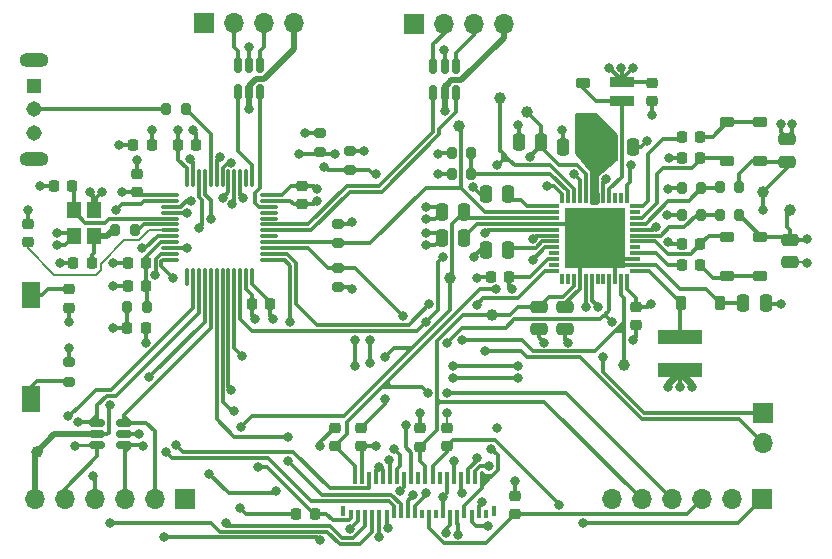
<source format=gtl>
%TF.GenerationSoftware,KiCad,Pcbnew,7.0.1*%
%TF.CreationDate,2023-04-23T16:19:40+02:00*%
%TF.ProjectId,ED060SC4_SPI_driver_board,45443036-3053-4433-945f-5350495f6472,rev?*%
%TF.SameCoordinates,Original*%
%TF.FileFunction,Copper,L1,Top*%
%TF.FilePolarity,Positive*%
%FSLAX46Y46*%
G04 Gerber Fmt 4.6, Leading zero omitted, Abs format (unit mm)*
G04 Created by KiCad (PCBNEW 7.0.1) date 2023-04-23 16:19:40*
%MOMM*%
%LPD*%
G01*
G04 APERTURE LIST*
G04 Aperture macros list*
%AMRoundRect*
0 Rectangle with rounded corners*
0 $1 Rounding radius*
0 $2 $3 $4 $5 $6 $7 $8 $9 X,Y pos of 4 corners*
0 Add a 4 corners polygon primitive as box body*
4,1,4,$2,$3,$4,$5,$6,$7,$8,$9,$2,$3,0*
0 Add four circle primitives for the rounded corners*
1,1,$1+$1,$2,$3*
1,1,$1+$1,$4,$5*
1,1,$1+$1,$6,$7*
1,1,$1+$1,$8,$9*
0 Add four rect primitives between the rounded corners*
20,1,$1+$1,$2,$3,$4,$5,0*
20,1,$1+$1,$4,$5,$6,$7,0*
20,1,$1+$1,$6,$7,$8,$9,0*
20,1,$1+$1,$8,$9,$2,$3,0*%
G04 Aperture macros list end*
%TA.AperFunction,ComponentPad*%
%ADD10R,1.700000X1.700000*%
%TD*%
%TA.AperFunction,ComponentPad*%
%ADD11O,1.700000X1.700000*%
%TD*%
%TA.AperFunction,SMDPad,CuDef*%
%ADD12RoundRect,0.250000X-0.475000X0.250000X-0.475000X-0.250000X0.475000X-0.250000X0.475000X0.250000X0*%
%TD*%
%TA.AperFunction,SMDPad,CuDef*%
%ADD13C,1.000000*%
%TD*%
%TA.AperFunction,SMDPad,CuDef*%
%ADD14RoundRect,0.225000X0.225000X0.250000X-0.225000X0.250000X-0.225000X-0.250000X0.225000X-0.250000X0*%
%TD*%
%TA.AperFunction,SMDPad,CuDef*%
%ADD15RoundRect,0.250000X0.250000X0.475000X-0.250000X0.475000X-0.250000X-0.475000X0.250000X-0.475000X0*%
%TD*%
%TA.AperFunction,SMDPad,CuDef*%
%ADD16RoundRect,0.225000X0.375000X-0.225000X0.375000X0.225000X-0.375000X0.225000X-0.375000X-0.225000X0*%
%TD*%
%TA.AperFunction,SMDPad,CuDef*%
%ADD17RoundRect,0.200000X-0.200000X-0.275000X0.200000X-0.275000X0.200000X0.275000X-0.200000X0.275000X0*%
%TD*%
%TA.AperFunction,SMDPad,CuDef*%
%ADD18R,3.700000X1.200000*%
%TD*%
%TA.AperFunction,SMDPad,CuDef*%
%ADD19RoundRect,0.225000X0.250000X-0.225000X0.250000X0.225000X-0.250000X0.225000X-0.250000X-0.225000X0*%
%TD*%
%TA.AperFunction,SMDPad,CuDef*%
%ADD20R,2.000000X0.850000*%
%TD*%
%TA.AperFunction,SMDPad,CuDef*%
%ADD21R,1.200000X1.400000*%
%TD*%
%TA.AperFunction,SMDPad,CuDef*%
%ADD22RoundRect,0.200000X-0.275000X0.200000X-0.275000X-0.200000X0.275000X-0.200000X0.275000X0.200000X0*%
%TD*%
%TA.AperFunction,SMDPad,CuDef*%
%ADD23RoundRect,0.150000X-0.150000X0.512500X-0.150000X-0.512500X0.150000X-0.512500X0.150000X0.512500X0*%
%TD*%
%TA.AperFunction,SMDPad,CuDef*%
%ADD24RoundRect,0.225000X-0.225000X-0.250000X0.225000X-0.250000X0.225000X0.250000X-0.225000X0.250000X0*%
%TD*%
%TA.AperFunction,SMDPad,CuDef*%
%ADD25RoundRect,0.250000X0.475000X-0.250000X0.475000X0.250000X-0.475000X0.250000X-0.475000X-0.250000X0*%
%TD*%
%TA.AperFunction,SMDPad,CuDef*%
%ADD26R,1.600000X2.200000*%
%TD*%
%TA.AperFunction,SMDPad,CuDef*%
%ADD27RoundRect,0.075000X-0.662500X-0.075000X0.662500X-0.075000X0.662500X0.075000X-0.662500X0.075000X0*%
%TD*%
%TA.AperFunction,SMDPad,CuDef*%
%ADD28RoundRect,0.075000X-0.075000X-0.662500X0.075000X-0.662500X0.075000X0.662500X-0.075000X0.662500X0*%
%TD*%
%TA.AperFunction,SMDPad,CuDef*%
%ADD29RoundRect,0.200000X0.200000X0.275000X-0.200000X0.275000X-0.200000X-0.275000X0.200000X-0.275000X0*%
%TD*%
%TA.AperFunction,SMDPad,CuDef*%
%ADD30RoundRect,0.225000X-0.375000X0.225000X-0.375000X-0.225000X0.375000X-0.225000X0.375000X0.225000X0*%
%TD*%
%TA.AperFunction,SMDPad,CuDef*%
%ADD31RoundRect,0.150000X0.512500X0.150000X-0.512500X0.150000X-0.512500X-0.150000X0.512500X-0.150000X0*%
%TD*%
%TA.AperFunction,SMDPad,CuDef*%
%ADD32RoundRect,0.007800X-0.422200X-0.122200X0.422200X-0.122200X0.422200X0.122200X-0.422200X0.122200X0*%
%TD*%
%TA.AperFunction,SMDPad,CuDef*%
%ADD33RoundRect,0.007800X0.122200X-0.422200X0.122200X0.422200X-0.122200X0.422200X-0.122200X-0.422200X0*%
%TD*%
%TA.AperFunction,SMDPad,CuDef*%
%ADD34R,5.150000X5.150000*%
%TD*%
%TA.AperFunction,SMDPad,CuDef*%
%ADD35RoundRect,0.225000X-0.250000X0.225000X-0.250000X-0.225000X0.250000X-0.225000X0.250000X0.225000X0*%
%TD*%
%TA.AperFunction,SMDPad,CuDef*%
%ADD36RoundRect,0.225000X-0.225000X-0.375000X0.225000X-0.375000X0.225000X0.375000X-0.225000X0.375000X0*%
%TD*%
%TA.AperFunction,ComponentPad*%
%ADD37R,1.308000X1.308000*%
%TD*%
%TA.AperFunction,ComponentPad*%
%ADD38C,1.308000*%
%TD*%
%TA.AperFunction,ComponentPad*%
%ADD39O,2.460000X1.230000*%
%TD*%
%TA.AperFunction,SMDPad,CuDef*%
%ADD40R,0.300000X0.800000*%
%TD*%
%TA.AperFunction,SMDPad,CuDef*%
%ADD41R,0.300000X1.000000*%
%TD*%
%TA.AperFunction,SMDPad,CuDef*%
%ADD42R,0.400000X0.950000*%
%TD*%
%TA.AperFunction,SMDPad,CuDef*%
%ADD43RoundRect,0.200000X0.275000X-0.200000X0.275000X0.200000X-0.275000X0.200000X-0.275000X-0.200000X0*%
%TD*%
%TA.AperFunction,SMDPad,CuDef*%
%ADD44RoundRect,0.218750X-0.256250X0.218750X-0.256250X-0.218750X0.256250X-0.218750X0.256250X0.218750X0*%
%TD*%
%TA.AperFunction,SMDPad,CuDef*%
%ADD45RoundRect,0.250000X-0.250000X-0.475000X0.250000X-0.475000X0.250000X0.475000X-0.250000X0.475000X0*%
%TD*%
%TA.AperFunction,ViaPad*%
%ADD46C,0.800000*%
%TD*%
%TA.AperFunction,Conductor*%
%ADD47C,0.300000*%
%TD*%
%TA.AperFunction,Conductor*%
%ADD48C,0.500000*%
%TD*%
%TA.AperFunction,Conductor*%
%ADD49C,0.250000*%
%TD*%
%TA.AperFunction,Conductor*%
%ADD50C,0.200000*%
%TD*%
G04 APERTURE END LIST*
D10*
%TO.P,J6,1,Pin_1*%
%TO.N,/TPS_PWRUP*%
X114000000Y-84210000D03*
D11*
%TO.P,J6,2,Pin_2*%
%TO.N,/TPS_WAKEUP*%
X114000000Y-86750000D03*
%TD*%
D12*
%TO.P,C14,1*%
%TO.N,/EPD Power Rails/VN*%
X97250000Y-75235000D03*
%TO.P,C14,2*%
%TO.N,GND*%
X97250000Y-77135000D03*
%TD*%
D13*
%TO.P,TP5,1,1*%
%TO.N,+22V*%
X114000000Y-65500000D03*
%TD*%
D10*
%TO.P,J5,1,Pin_1*%
%TO.N,-20V*%
X113910000Y-91500000D03*
D11*
%TO.P,J5,2,Pin_2*%
%TO.N,-15V*%
X111370000Y-91500000D03*
%TO.P,J5,3,Pin_3*%
%TO.N,+22V*%
X108830000Y-91500000D03*
%TO.P,J5,4,Pin_4*%
%TO.N,+15V*%
X106290000Y-91500000D03*
%TO.P,J5,5,Pin_5*%
%TO.N,VCOM*%
X103750000Y-91500000D03*
%TO.P,J5,6,Pin_6*%
%TO.N,+3.3V_{EPD}*%
X101210000Y-91500000D03*
%TD*%
D14*
%TO.P,C25,1*%
%TO.N,+3.3VA*%
X61775000Y-71500000D03*
%TO.P,C25,2*%
%TO.N,GND*%
X60225000Y-71500000D03*
%TD*%
D12*
%TO.P,C3,1*%
%TO.N,VCOM*%
X95000000Y-75235000D03*
%TO.P,C3,2*%
%TO.N,GND*%
X95000000Y-77135000D03*
%TD*%
D15*
%TO.P,C13,1*%
%TO.N,/EPD Power Rails/VREF*%
X92450000Y-65685000D03*
%TO.P,C13,2*%
%TO.N,GND*%
X90550000Y-65685000D03*
%TD*%
D16*
%TO.P,D6,1,K*%
%TO.N,+22V*%
X113750000Y-62900000D03*
%TO.P,D6,2,A*%
%TO.N,/EPD Power Rails/vddh_drv_0*%
X113750000Y-59600000D03*
%TD*%
D14*
%TO.P,C7,1*%
%TO.N,/EPD Power Rails/vddh_drv_0*%
X108713752Y-60848748D03*
%TO.P,C7,2*%
%TO.N,/EPD Power Rails/VDDH_DRV*%
X107163752Y-60848748D03*
%TD*%
D15*
%TO.P,C10,1*%
%TO.N,/EPD Power Rails/VN*%
X88700000Y-69435000D03*
%TO.P,C10,2*%
%TO.N,GND*%
X86800000Y-69435000D03*
%TD*%
D17*
%TO.P,TH1,1*%
%TO.N,GND*%
X87675000Y-63935000D03*
%TO.P,TH1,2*%
%TO.N,/EPD Power Rails/TS*%
X89325000Y-63935000D03*
%TD*%
D18*
%TO.P,L2,1,1*%
%TO.N,GND*%
X107000000Y-80585000D03*
%TO.P,L2,2,2*%
%TO.N,/EPD Power Rails/VN_SW*%
X107000000Y-77785000D03*
%TD*%
D19*
%TO.P,C40,1*%
%TO.N,+22V*%
X93000000Y-92775000D03*
%TO.P,C40,2*%
%TO.N,GND*%
X93000000Y-91225000D03*
%TD*%
D12*
%TO.P,C1,1*%
%TO.N,GND*%
X116000000Y-61050000D03*
%TO.P,C1,2*%
%TO.N,+22V*%
X116000000Y-62950000D03*
%TD*%
D20*
%TO.P,L1,1,1*%
%TO.N,+3.3V*%
X102050000Y-56185000D03*
%TO.P,L1,2,2*%
%TO.N,/EPD Power Rails/VB_SW*%
X102050000Y-57835000D03*
%TD*%
D21*
%TO.P,Y1,1,1*%
%TO.N,/HSE_IN*%
X55650000Y-67049998D03*
%TO.P,Y1,2,2*%
%TO.N,GND*%
X55650000Y-69249998D03*
%TO.P,Y1,3,3*%
%TO.N,/HSE_OUT_CRYSTAL*%
X57350000Y-69249998D03*
%TO.P,Y1,4,4*%
%TO.N,GND*%
X57350000Y-67049998D03*
%TD*%
D17*
%TO.P,R5,1*%
%TO.N,/HSE_OUT_CRYSTAL*%
X59175000Y-68750000D03*
%TO.P,R5,2*%
%TO.N,/HSE_OUT*%
X60825000Y-68750000D03*
%TD*%
D22*
%TO.P,R14,1*%
%TO.N,+3.3V*%
X76500000Y-60500000D03*
%TO.P,R14,2*%
%TO.N,/I2C1_SDA*%
X76500000Y-62150000D03*
%TD*%
D23*
%TO.P,U5,1,I/O1*%
%TO.N,/USART1_RX_conn*%
X88000000Y-54862500D03*
%TO.P,U5,2,GND*%
%TO.N,GND*%
X87050000Y-54862500D03*
%TO.P,U5,3,I/O2*%
%TO.N,/USART1_TX_conn*%
X86100000Y-54862500D03*
%TO.P,U5,4,I/O2*%
%TO.N,/USART1_TX*%
X86100000Y-57137500D03*
%TO.P,U5,5,VBUS*%
%TO.N,+3.3V*%
X87050000Y-57137500D03*
%TO.P,U5,6,I/O1*%
%TO.N,/USART1_RX*%
X88000000Y-57137500D03*
%TD*%
D10*
%TO.P,J3,1,Pin_1*%
%TO.N,GND*%
X84420000Y-51250000D03*
D11*
%TO.P,J3,2,Pin_2*%
%TO.N,/USART1_TX_conn*%
X86960000Y-51250000D03*
%TO.P,J3,3,Pin_3*%
%TO.N,/USART1_RX_conn*%
X89500000Y-51250000D03*
%TO.P,J3,4,Pin_4*%
%TO.N,+3.3V*%
X92040000Y-51250000D03*
%TD*%
D24*
%TO.P,C15,1*%
%TO.N,/EPD Power Rails/VEE_DRV*%
X107163752Y-71685000D03*
%TO.P,C15,2*%
%TO.N,/EPD Power Rails/vee_drv_0*%
X108713752Y-71685000D03*
%TD*%
D15*
%TO.P,C18,1*%
%TO.N,GND*%
X114250000Y-74935000D03*
%TO.P,C18,2*%
%TO.N,/EPD Power Rails/VN*%
X112350000Y-74935000D03*
%TD*%
D13*
%TO.P,TP3,1,1*%
%TO.N,+15V*%
X94050000Y-58750000D03*
%TD*%
D17*
%TO.P,R8,1*%
%TO.N,/EPD Power Rails/VEE_FB*%
X110363752Y-67435000D03*
%TO.P,R8,2*%
%TO.N,-20V*%
X112013752Y-67435000D03*
%TD*%
D25*
%TO.P,C19,1*%
%TO.N,GND*%
X116250000Y-71450000D03*
%TO.P,C19,2*%
%TO.N,-20V*%
X116250000Y-69550000D03*
%TD*%
D26*
%TO.P,SW2,1*%
%TO.N,/PWR_ON_LED*%
X52000000Y-74253200D03*
%TO.P,SW2,2*%
%TO.N,Net-(R3-Pad1)*%
X52000000Y-83053200D03*
%TD*%
D27*
%TO.P,U2,1,VBAT*%
%TO.N,+3.3V*%
X63837500Y-65750000D03*
%TO.P,U2,2,PC13*%
%TO.N,/EPD_OE*%
X63837500Y-66250000D03*
%TO.P,U2,3,PC14*%
%TO.N,/D0*%
X63837500Y-66750000D03*
%TO.P,U2,4,PC15*%
%TO.N,/D1*%
X63837500Y-67250000D03*
%TO.P,U2,5,PD0*%
%TO.N,/HSE_IN*%
X63837500Y-67750000D03*
%TO.P,U2,6,PD1*%
%TO.N,/HSE_OUT*%
X63837500Y-68250000D03*
%TO.P,U2,7,NRST*%
%TO.N,/NRST*%
X63837500Y-68750000D03*
%TO.P,U2,8,VSSA*%
%TO.N,GND*%
X63837500Y-69250000D03*
%TO.P,U2,9,VDDA*%
%TO.N,+3.3VA*%
X63837500Y-69750000D03*
%TO.P,U2,10,PA0*%
%TO.N,/EPD_CLK*%
X63837500Y-70250000D03*
%TO.P,U2,11,PA1*%
%TO.N,/EPD_SPH*%
X63837500Y-70750000D03*
%TO.P,U2,12,PA2*%
%TO.N,/EPD_LE*%
X63837500Y-71250000D03*
D28*
%TO.P,U2,13,PA3*%
%TO.N,unconnected-(U2-PA3-Pad13)*%
X65250000Y-72662500D03*
%TO.P,U2,14,PA4*%
%TO.N,/~{SPI1_CS}*%
X65750000Y-72662500D03*
%TO.P,U2,15,PA5*%
%TO.N,/SPI1_SCK*%
X66250000Y-72662500D03*
%TO.P,U2,16,PA6*%
%TO.N,/SPI1_MISO*%
X66750000Y-72662500D03*
%TO.P,U2,17,PA7*%
%TO.N,/SPI1_MOSI*%
X67250000Y-72662500D03*
%TO.P,U2,18,PB0*%
%TO.N,/D2*%
X67750000Y-72662500D03*
%TO.P,U2,19,PB1*%
%TO.N,/D3*%
X68250000Y-72662500D03*
%TO.P,U2,20,PB2*%
%TO.N,/D4*%
X68750000Y-72662500D03*
%TO.P,U2,21,PB10*%
%TO.N,/EPD_CKV*%
X69250000Y-72662500D03*
%TO.P,U2,22,PB11*%
%TO.N,/TPS_WAKEUP*%
X69750000Y-72662500D03*
%TO.P,U2,23,VSS*%
%TO.N,GND*%
X70250000Y-72662500D03*
%TO.P,U2,24,VDD*%
%TO.N,+3.3V*%
X70750000Y-72662500D03*
D27*
%TO.P,U2,25,PB12*%
%TO.N,/TPS_PWRUP*%
X72162500Y-71250000D03*
%TO.P,U2,26,PB13*%
%TO.N,/TPS_VCOM_CTRL*%
X72162500Y-70750000D03*
%TO.P,U2,27,PB14*%
%TO.N,/TPS_PWRGOOD*%
X72162500Y-70250000D03*
%TO.P,U2,28,PB15*%
%TO.N,/TPS_~{INT}*%
X72162500Y-69750000D03*
%TO.P,U2,29,PA8*%
%TO.N,unconnected-(U2-PA8-Pad29)*%
X72162500Y-69250000D03*
%TO.P,U2,30,PA9*%
%TO.N,/USART1_RX*%
X72162500Y-68750000D03*
%TO.P,U2,31,PA10*%
%TO.N,/USART1_TX*%
X72162500Y-68250000D03*
%TO.P,U2,32,PA11*%
%TO.N,unconnected-(U2-PA11-Pad32)*%
X72162500Y-67750000D03*
%TO.P,U2,33,PA12*%
%TO.N,unconnected-(U2-PA12-Pad33)*%
X72162500Y-67250000D03*
%TO.P,U2,34,PA13*%
%TO.N,/SWDIO*%
X72162500Y-66750000D03*
%TO.P,U2,35,VSS*%
%TO.N,GND*%
X72162500Y-66250000D03*
%TO.P,U2,36,VDD*%
%TO.N,+3.3V*%
X72162500Y-65750000D03*
D28*
%TO.P,U2,37,PA14*%
%TO.N,/SWCLK*%
X70750000Y-64337500D03*
%TO.P,U2,38,PA15*%
%TO.N,unconnected-(U2-PA15-Pad38)*%
X70250000Y-64337500D03*
%TO.P,U2,39,PB3*%
%TO.N,/D5*%
X69750000Y-64337500D03*
%TO.P,U2,40,PB4*%
%TO.N,/D6*%
X69250000Y-64337500D03*
%TO.P,U2,41,PB5*%
%TO.N,/D7*%
X68750000Y-64337500D03*
%TO.P,U2,42,PB6*%
%TO.N,/I2C1_SCL*%
X68250000Y-64337500D03*
%TO.P,U2,43,PB7*%
%TO.N,/I2C1_SDA*%
X67750000Y-64337500D03*
%TO.P,U2,44,BOOT0*%
%TO.N,/BOOT0*%
X67250000Y-64337500D03*
%TO.P,U2,45,PB8*%
%TO.N,/EPD_GMODE*%
X66750000Y-64337500D03*
%TO.P,U2,46,PB9*%
%TO.N,/EPD_SPV*%
X66250000Y-64337500D03*
%TO.P,U2,47,VSS*%
%TO.N,GND*%
X65750000Y-64337500D03*
%TO.P,U2,48,VDD*%
%TO.N,+3.3V*%
X65250000Y-64337500D03*
%TD*%
D29*
%TO.P,FB1,1*%
%TO.N,+3.3VA*%
X61825000Y-75250000D03*
%TO.P,FB1,2*%
%TO.N,+3.3V*%
X60175000Y-75250000D03*
%TD*%
D14*
%TO.P,C21,1*%
%TO.N,+3.3V*%
X72275000Y-75000000D03*
%TO.P,C21,2*%
%TO.N,GND*%
X70725000Y-75000000D03*
%TD*%
D17*
%TO.P,R9,1*%
%TO.N,GND*%
X107113752Y-67435000D03*
%TO.P,R9,2*%
%TO.N,/EPD Power Rails/VEE_FB*%
X108763752Y-67435000D03*
%TD*%
D24*
%TO.P,C30,1*%
%TO.N,GND*%
X55625000Y-71500000D03*
%TO.P,C30,2*%
%TO.N,/HSE_OUT_CRYSTAL*%
X57175000Y-71500000D03*
%TD*%
D30*
%TO.P,D1,1,K*%
%TO.N,/EPD Power Rails/VEE_D*%
X111000000Y-69350000D03*
%TO.P,D1,2,A*%
%TO.N,/EPD Power Rails/vee_drv_0*%
X111000000Y-72650000D03*
%TD*%
D31*
%TO.P,U3,1,I/O1*%
%TO.N,/SPI1_MISO*%
X59887500Y-86950000D03*
%TO.P,U3,2,GND*%
%TO.N,GND*%
X59887500Y-86000000D03*
%TO.P,U3,3,I/O2*%
%TO.N,/SPI1_MOSI*%
X59887500Y-85050000D03*
%TO.P,U3,4,I/O3*%
%TO.N,/SPI1_SCK*%
X57612500Y-85050000D03*
%TO.P,U3,5,VBUS*%
%TO.N,+3.3V*%
X57612500Y-86000000D03*
%TO.P,U3,6,I/O4*%
%TO.N,/~{SPI1_CS}*%
X57612500Y-86950000D03*
%TD*%
D14*
%TO.P,C26,1*%
%TO.N,+3.3VA*%
X61775000Y-73500000D03*
%TO.P,C26,2*%
%TO.N,GND*%
X60225000Y-73500000D03*
%TD*%
D15*
%TO.P,C6,1*%
%TO.N,GND*%
X103000000Y-61685000D03*
%TO.P,C6,2*%
%TO.N,/EPD Power Rails/VB*%
X101100000Y-61685000D03*
%TD*%
D24*
%TO.P,C22,1*%
%TO.N,+3.3V*%
X64475000Y-61500000D03*
%TO.P,C22,2*%
%TO.N,GND*%
X66025000Y-61500000D03*
%TD*%
D32*
%TO.P,U1,1,VREF*%
%TO.N,/EPD Power Rails/VREF*%
X96315000Y-66685000D03*
%TO.P,U1,2,~{INT}*%
%TO.N,/TPS_~{INT}*%
X96315000Y-67185000D03*
%TO.P,U1,3,VNEG*%
%TO.N,-15V*%
X96315000Y-67685000D03*
%TO.P,U1,4,VNEG_IN*%
%TO.N,/EPD Power Rails/VN*%
X96315000Y-68185000D03*
%TO.P,U1,5,WAKEUP*%
%TO.N,/TPS_WAKEUP*%
X96315000Y-68685000D03*
%TO.P,U1,6,DGND*%
%TO.N,GND*%
X96315000Y-69185000D03*
%TO.P,U1,7,INT_LDO*%
%TO.N,/EPD Power Rails/INT_LDO*%
X96315000Y-69685000D03*
%TO.P,U1,8,AGND1*%
%TO.N,GND*%
X96315000Y-70185000D03*
%TO.P,U1,9,VNEG_DIS*%
%TO.N,unconnected-(U1-VNEG_DIS-Pad9)*%
X96315000Y-70685000D03*
%TO.P,U1,10,VIN*%
%TO.N,+3.3V*%
X96315000Y-71185000D03*
%TO.P,U1,11*%
%TO.N,N/C*%
X96315000Y-71685000D03*
%TO.P,U1,12,VCOM_CTRL*%
%TO.N,/TPS_VCOM_CTRL*%
X96315000Y-72185000D03*
D33*
%TO.P,U1,13*%
%TO.N,N/C*%
X97000000Y-72870000D03*
%TO.P,U1,14,VCOM_DIS*%
%TO.N,unconnected-(U1-VCOM_DIS-Pad14)*%
X97500000Y-72870000D03*
%TO.P,U1,15,VCOM*%
%TO.N,VCOM*%
X98000000Y-72870000D03*
%TO.P,U1,16,VCOM_PWR*%
%TO.N,/EPD Power Rails/VN*%
X98500000Y-72870000D03*
%TO.P,U1,17,SCL*%
%TO.N,/I2C1_SCL*%
X99000000Y-72870000D03*
%TO.P,U1,18,SDA*%
%TO.N,/I2C1_SDA*%
X99500000Y-72870000D03*
%TO.P,U1,19,VPOS_DIS*%
%TO.N,unconnected-(U1-VPOS_DIS-Pad19)*%
X100000000Y-72870000D03*
%TO.P,U1,20*%
%TO.N,N/C*%
X100500000Y-72870000D03*
%TO.P,U1,21,PWRUP*%
%TO.N,/TPS_PWRUP*%
X101000000Y-72870000D03*
%TO.P,U1,22,PBKG*%
%TO.N,/EPD Power Rails/VN*%
X101500000Y-72870000D03*
%TO.P,U1,23,PWR_GOOD*%
%TO.N,/TPS_PWRGOOD*%
X102000000Y-72870000D03*
%TO.P,U1,24,VIN_P*%
%TO.N,+3.3V*%
X102500000Y-72870000D03*
D32*
%TO.P,U1,25,VN_SW*%
%TO.N,/EPD Power Rails/VN_SW*%
X103185000Y-72185000D03*
%TO.P,U1,26,VN*%
%TO.N,/EPD Power Rails/VN*%
X103185000Y-71685000D03*
%TO.P,U1,27,VEE_IN*%
X103185000Y-71185000D03*
%TO.P,U1,28,VEE_DRV*%
%TO.N,/EPD Power Rails/VEE_DRV*%
X103185000Y-70685000D03*
%TO.P,U1,29,VEE_DIS*%
%TO.N,unconnected-(U1-VEE_DIS-Pad29)*%
X103185000Y-70185000D03*
%TO.P,U1,30,VEE_D*%
%TO.N,/EPD Power Rails/VEE_D*%
X103185000Y-69685000D03*
%TO.P,U1,31,VEE_FB*%
%TO.N,/EPD Power Rails/VEE_FB*%
X103185000Y-69185000D03*
%TO.P,U1,32,PGND2*%
%TO.N,GND*%
X103185000Y-68685000D03*
%TO.P,U1,33,VDDH_FB*%
%TO.N,/EPD Power Rails/VDDH_FB*%
X103185000Y-68185000D03*
%TO.P,U1,34,VDDH_D*%
%TO.N,/EPD Power Rails/VDDH_D*%
X103185000Y-67685000D03*
%TO.P,U1,35,VDDH_DIS*%
%TO.N,unconnected-(U1-VDDH_DIS-Pad35)*%
X103185000Y-67185000D03*
%TO.P,U1,36,VDDH_DRV*%
%TO.N,/EPD Power Rails/VDDH_DRV*%
X103185000Y-66685000D03*
D33*
%TO.P,U1,37,VDDH_IN*%
%TO.N,/EPD Power Rails/VB*%
X102500000Y-66000000D03*
%TO.P,U1,38*%
%TO.N,N/C*%
X102000000Y-66000000D03*
%TO.P,U1,39*%
X101500000Y-66000000D03*
%TO.P,U1,40,VB_SW*%
%TO.N,/EPD Power Rails/VB_SW*%
X101000000Y-66000000D03*
%TO.P,U1,41,PGDN1*%
%TO.N,GND*%
X100500000Y-66000000D03*
%TO.P,U1,42,VB*%
%TO.N,/EPD Power Rails/VB*%
X100000000Y-66000000D03*
%TO.P,U1,43,VPOS_IN*%
X99500000Y-66000000D03*
%TO.P,U1,44,VPOS*%
%TO.N,+15V*%
X99000000Y-66000000D03*
%TO.P,U1,45,VIN3P3*%
%TO.N,+3.3V*%
X98500000Y-66000000D03*
%TO.P,U1,46,V3P3*%
%TO.N,+3.3V_{EPD}*%
X98000000Y-66000000D03*
%TO.P,U1,47,TS*%
%TO.N,/EPD Power Rails/TS*%
X97500000Y-66000000D03*
%TO.P,U1,48,AGND2*%
%TO.N,GND*%
X97000000Y-66000000D03*
D34*
%TO.P,U1,49,SUBSTRATE*%
%TO.N,/EPD Power Rails/VN*%
X99750000Y-69435000D03*
%TD*%
D14*
%TO.P,C2,1*%
%TO.N,+3.3V*%
X92525000Y-72685000D03*
%TO.P,C2,2*%
%TO.N,GND*%
X90975000Y-72685000D03*
%TD*%
D35*
%TO.P,C28,1*%
%TO.N,GND*%
X51750000Y-68225000D03*
%TO.P,C28,2*%
%TO.N,/NRST*%
X51750000Y-69775000D03*
%TD*%
D13*
%TO.P,TP1,1,1*%
%TO.N,+3.3V*%
X52500000Y-87500000D03*
%TD*%
D24*
%TO.P,C29,1*%
%TO.N,GND*%
X53975000Y-65000000D03*
%TO.P,C29,2*%
%TO.N,/HSE_IN*%
X55525000Y-65000000D03*
%TD*%
D22*
%TO.P,R6,1*%
%TO.N,+3.3V*%
X78000000Y-68175000D03*
%TO.P,R6,2*%
%TO.N,/TPS_~{INT}*%
X78000000Y-69825000D03*
%TD*%
D30*
%TO.P,D7,1,K*%
%TO.N,/EPD Power Rails/vddh_drv_0*%
X111000000Y-59600000D03*
%TO.P,D7,2,A*%
%TO.N,/EPD Power Rails/VDDH_D*%
X111000000Y-62900000D03*
%TD*%
D19*
%TO.P,C41,1*%
%TO.N,-20V*%
X87250000Y-87025000D03*
%TO.P,C41,2*%
%TO.N,GND*%
X87250000Y-85475000D03*
%TD*%
D23*
%TO.P,U4,1,I/O1*%
%TO.N,/SWDIO_conn*%
X71450000Y-54750000D03*
%TO.P,U4,2,GND*%
%TO.N,GND*%
X70500000Y-54750000D03*
%TO.P,U4,3,I/O2*%
%TO.N,/SWCLK_conn*%
X69550000Y-54750000D03*
%TO.P,U4,4,I/O2*%
%TO.N,/SWCLK*%
X69550000Y-57025000D03*
%TO.P,U4,5,VBUS*%
%TO.N,+3.3V*%
X70500000Y-57025000D03*
%TO.P,U4,6,I/O1*%
%TO.N,/SWDIO*%
X71450000Y-57025000D03*
%TD*%
D13*
%TO.P,TP8,1,1*%
%TO.N,/TPS_PWRGOOD*%
X102250000Y-80185000D03*
%TD*%
D16*
%TO.P,D3,1,K*%
%TO.N,/EPD Power Rails/VB*%
X98800000Y-59585000D03*
%TO.P,D3,2,A*%
%TO.N,/EPD Power Rails/VB_SW*%
X98800000Y-56285000D03*
%TD*%
D14*
%TO.P,C24,1*%
%TO.N,+3.3V*%
X62250000Y-61500000D03*
%TO.P,C24,2*%
%TO.N,GND*%
X60700000Y-61500000D03*
%TD*%
D15*
%TO.P,C12,1*%
%TO.N,/EPD Power Rails/INT_LDO*%
X92450000Y-70435000D03*
%TO.P,C12,2*%
%TO.N,GND*%
X90550000Y-70435000D03*
%TD*%
D24*
%TO.P,C9,1*%
%TO.N,GND*%
X107163752Y-62598748D03*
%TO.P,C9,2*%
%TO.N,/EPD Power Rails/VDDH_D*%
X108713752Y-62598748D03*
%TD*%
D35*
%TO.P,C23,1*%
%TO.N,+3.3V*%
X75000000Y-64975000D03*
%TO.P,C23,2*%
%TO.N,GND*%
X75000000Y-66525000D03*
%TD*%
D13*
%TO.P,TP6,1,1*%
%TO.N,-20V*%
X116250000Y-67000000D03*
%TD*%
D36*
%TO.P,D4,1,K*%
%TO.N,/EPD Power Rails/VN_SW*%
X107100000Y-74935000D03*
%TO.P,D4,2,A*%
%TO.N,/EPD Power Rails/VN*%
X110400000Y-74935000D03*
%TD*%
D13*
%TO.P,TP7,1,1*%
%TO.N,VCOM*%
X91050000Y-75935000D03*
%TD*%
D37*
%TO.P,SW1,1,A*%
%TO.N,GND*%
X52312500Y-56500000D03*
D38*
%TO.P,SW1,2,B*%
%TO.N,/SW_BOOT0*%
X52312500Y-58500000D03*
%TO.P,SW1,3,C*%
%TO.N,+3.3V*%
X52312500Y-60500000D03*
D39*
%TO.P,SW1,S1*%
%TO.N,N/C*%
X52312500Y-54300000D03*
%TO.P,SW1,S2*%
X52312500Y-62700000D03*
%TD*%
D24*
%TO.P,C27,1*%
%TO.N,+3.3V*%
X60200000Y-77000000D03*
%TO.P,C27,2*%
%TO.N,GND*%
X61750000Y-77000000D03*
%TD*%
D40*
%TO.P,J1,1,VNEG*%
%TO.N,-15V*%
X79130000Y-92750000D03*
D41*
%TO.P,J1,2,VPOS*%
%TO.N,+15V*%
X79430000Y-89750000D03*
D40*
%TO.P,J1,3,GND*%
%TO.N,GND*%
X79730000Y-92750000D03*
D41*
%TO.P,J1,4,VDD*%
%TO.N,+3.3V_{EPD}*%
X80030000Y-89750000D03*
D40*
%TO.P,J1,5,CLK*%
%TO.N,/EPD_CLK*%
X80330000Y-92750000D03*
D41*
%TO.P,J1,6,LE*%
%TO.N,/EPD_LE*%
X80630000Y-89750000D03*
D40*
%TO.P,J1,7,OE*%
%TO.N,/EPD_OE*%
X80930000Y-92750000D03*
D41*
%TO.P,J1,8,SHR*%
%TO.N,+3.3V_{EPD}*%
X81230000Y-89750000D03*
D40*
%TO.P,J1,9,CE1*%
%TO.N,GND*%
X81530000Y-92750000D03*
D41*
%TO.P,J1,10,CE2*%
%TO.N,+3.3V_{EPD}*%
X81830000Y-89750000D03*
D40*
%TO.P,J1,11,SPH*%
%TO.N,/EPD_SPH*%
X82130000Y-92750000D03*
D41*
%TO.P,J1,12,D0*%
%TO.N,/D0*%
X82430000Y-89750000D03*
D40*
%TO.P,J1,13,D1*%
%TO.N,/D1*%
X82730000Y-92750000D03*
D41*
%TO.P,J1,14,D2*%
%TO.N,/D2*%
X83030000Y-89750000D03*
D40*
%TO.P,J1,15,D3*%
%TO.N,/D3*%
X83330000Y-92750000D03*
D41*
%TO.P,J1,16,D4*%
%TO.N,/D4*%
X83630000Y-89750000D03*
D40*
%TO.P,J1,17,D5*%
%TO.N,/D5*%
X83930000Y-92750000D03*
D41*
%TO.P,J1,18,D6*%
%TO.N,/D6*%
X84230000Y-89750000D03*
D40*
%TO.P,J1,19,D7*%
%TO.N,/D7*%
X84530000Y-92750000D03*
D41*
%TO.P,J1,20,NC*%
%TO.N,unconnected-(J1-NC-Pad20)*%
X84830000Y-89750000D03*
D40*
%TO.P,J1,21,NC*%
%TO.N,unconnected-(J1-NC-Pad21)*%
X85130000Y-92750000D03*
D41*
%TO.P,J1,22,VCOM*%
%TO.N,VCOM*%
X85430000Y-89750000D03*
D40*
%TO.P,J1,23,GVDD*%
%TO.N,+22V*%
X85730000Y-92750000D03*
D41*
%TO.P,J1,24,GVEE*%
%TO.N,-20V*%
X86030000Y-89750000D03*
D40*
%TO.P,J1,25,NC*%
%TO.N,unconnected-(J1-NC-Pad25)*%
X86330000Y-92750000D03*
D41*
%TO.P,J1,26,NC*%
%TO.N,unconnected-(J1-NC-Pad26)*%
X86630000Y-89750000D03*
D40*
%TO.P,J1,27,GMODE2*%
%TO.N,/EPD_GMODE*%
X86930000Y-92750000D03*
D41*
%TO.P,J1,28,GMODE1*%
X87230000Y-89750000D03*
D40*
%TO.P,J1,29,RL*%
%TO.N,+3.3V_{EPD}*%
X87530000Y-92750000D03*
D41*
%TO.P,J1,30,U1CE2*%
X87830000Y-89750000D03*
D40*
%TO.P,J1,31,U1CE1*%
%TO.N,GND*%
X88130000Y-92750000D03*
D41*
%TO.P,J1,32,U1SPV*%
%TO.N,/EPD_SPV*%
X88430000Y-89750000D03*
D40*
%TO.P,J1,33,U1CKV*%
%TO.N,/EPD_CKV*%
X88730000Y-92750000D03*
D41*
%TO.P,J1,34,VBORDER*%
%TO.N,GND*%
X89030000Y-89750000D03*
D40*
%TO.P,J1,35,U2CE2*%
%TO.N,+3.3V_{EPD}*%
X89330000Y-92750000D03*
D41*
%TO.P,J1,36,U2CE1*%
X89630000Y-89750000D03*
D40*
%TO.P,J1,37,U2SPV*%
%TO.N,/EPD_SPV*%
X89930000Y-92750000D03*
D41*
%TO.P,J1,38,U2CKV*%
%TO.N,/EPD_CKV*%
X90230000Y-89750000D03*
D40*
%TO.P,J1,39,NC*%
%TO.N,unconnected-(J1-NC-Pad39)*%
X90530000Y-92750000D03*
D42*
%TO.P,J1,S1*%
%TO.N,N/C*%
X78430000Y-92475000D03*
%TO.P,J1,S2*%
X91230000Y-92475000D03*
%TD*%
D19*
%TO.P,C17,1*%
%TO.N,GND*%
X103250000Y-76800000D03*
%TO.P,C17,2*%
%TO.N,+3.3V*%
X103250000Y-75250000D03*
%TD*%
D22*
%TO.P,R12,1*%
%TO.N,+3.3V*%
X79000000Y-62000000D03*
%TO.P,R12,2*%
%TO.N,/I2C1_SCL*%
X79000000Y-63650000D03*
%TD*%
D24*
%TO.P,C16,1*%
%TO.N,GND*%
X107163752Y-69935000D03*
%TO.P,C16,2*%
%TO.N,/EPD Power Rails/VEE_D*%
X108713752Y-69935000D03*
%TD*%
D10*
%TO.P,J2,1,Pin_1*%
%TO.N,GND*%
X65043200Y-91500000D03*
D11*
%TO.P,J2,2,Pin_2*%
%TO.N,/SPI1_MOSI*%
X62503200Y-91500000D03*
%TO.P,J2,3,Pin_3*%
%TO.N,/SPI1_MISO*%
X59963200Y-91500000D03*
%TO.P,J2,4,Pin_4*%
%TO.N,/SPI1_SCK*%
X57423200Y-91500000D03*
%TO.P,J2,5,Pin_5*%
%TO.N,/~{SPI1_CS}*%
X54883200Y-91500000D03*
%TO.P,J2,6,Pin_6*%
%TO.N,+3.3V*%
X52343200Y-91500000D03*
%TD*%
D43*
%TO.P,R3,1*%
%TO.N,Net-(R3-Pad1)*%
X55250000Y-81575000D03*
%TO.P,R3,2*%
%TO.N,GND*%
X55250000Y-79925000D03*
%TD*%
D13*
%TO.P,TP4,1,1*%
%TO.N,-15V*%
X87500000Y-72750000D03*
%TD*%
D17*
%TO.P,R2,1*%
%TO.N,GND*%
X107113752Y-65185000D03*
%TO.P,R2,2*%
%TO.N,/EPD Power Rails/VDDH_FB*%
X108763752Y-65185000D03*
%TD*%
D44*
%TO.P,D2,1,K*%
%TO.N,/PWR_ON_LED*%
X55250000Y-73712500D03*
%TO.P,D2,2,A*%
%TO.N,+3.3V*%
X55250000Y-75287500D03*
%TD*%
D13*
%TO.P,TP2,1,1*%
%TO.N,+3.3V_{EPD}*%
X91750000Y-57500000D03*
%TD*%
D45*
%TO.P,C8,1*%
%TO.N,GND*%
X97100000Y-61685000D03*
%TO.P,C8,2*%
%TO.N,/EPD Power Rails/VB*%
X99000000Y-61685000D03*
%TD*%
D19*
%TO.P,C20,1*%
%TO.N,+3.3V*%
X61000000Y-65525000D03*
%TO.P,C20,2*%
%TO.N,GND*%
X61000000Y-63975000D03*
%TD*%
D10*
%TO.P,J4,1,Pin_1*%
%TO.N,GND*%
X66700000Y-51225000D03*
D11*
%TO.P,J4,2,Pin_2*%
%TO.N,/SWCLK_conn*%
X69240000Y-51225000D03*
%TO.P,J4,3,Pin_3*%
%TO.N,/SWDIO_conn*%
X71780000Y-51225000D03*
%TO.P,J4,4,Pin_4*%
%TO.N,+3.3V*%
X74320000Y-51225000D03*
%TD*%
D17*
%TO.P,R1,1*%
%TO.N,/EPD Power Rails/VDDH_FB*%
X110363752Y-65098748D03*
%TO.P,R1,2*%
%TO.N,+22V*%
X112013752Y-65098748D03*
%TD*%
D43*
%TO.P,R7,1*%
%TO.N,+3.3V*%
X78000000Y-73575000D03*
%TO.P,R7,2*%
%TO.N,/TPS_PWRGOOD*%
X78000000Y-71925000D03*
%TD*%
D13*
%TO.P,TP9,1,1*%
%TO.N,/TPS_~{INT}*%
X88300000Y-59935000D03*
%TD*%
D15*
%TO.P,C11,1*%
%TO.N,-15V*%
X88700000Y-67185000D03*
%TO.P,C11,2*%
%TO.N,GND*%
X86800000Y-67185000D03*
%TD*%
D19*
%TO.P,C31,1*%
%TO.N,+3.3V_{EPD}*%
X80000000Y-87025000D03*
%TO.P,C31,2*%
%TO.N,GND*%
X80000000Y-85475000D03*
%TD*%
D14*
%TO.P,C39,1*%
%TO.N,-15V*%
X76050000Y-92750000D03*
%TO.P,C39,2*%
%TO.N,GND*%
X74500000Y-92750000D03*
%TD*%
D16*
%TO.P,D5,1,K*%
%TO.N,/EPD Power Rails/vee_drv_0*%
X113750000Y-72650000D03*
%TO.P,D5,2,A*%
%TO.N,-20V*%
X113750000Y-69350000D03*
%TD*%
D19*
%TO.P,C38,1*%
%TO.N,+15V*%
X77750000Y-87000000D03*
%TO.P,C38,2*%
%TO.N,GND*%
X77750000Y-85450000D03*
%TD*%
D15*
%TO.P,C4,1*%
%TO.N,+15V*%
X95250000Y-61250000D03*
%TO.P,C4,2*%
%TO.N,GND*%
X93350000Y-61250000D03*
%TD*%
D17*
%TO.P,R4,1*%
%TO.N,GND*%
X87675000Y-62185000D03*
%TO.P,R4,2*%
%TO.N,/EPD Power Rails/TS*%
X89325000Y-62185000D03*
%TD*%
%TO.P,R10,1*%
%TO.N,/SW_BOOT0*%
X63500000Y-58500000D03*
%TO.P,R10,2*%
%TO.N,/BOOT0*%
X65150000Y-58500000D03*
%TD*%
D19*
%TO.P,C5,1*%
%TO.N,GND*%
X104625000Y-57835000D03*
%TO.P,C5,2*%
%TO.N,+3.3V*%
X104625000Y-56285000D03*
%TD*%
%TO.P,C42,1*%
%TO.N,VCOM*%
X85000000Y-87050000D03*
%TO.P,C42,2*%
%TO.N,GND*%
X85000000Y-85500000D03*
%TD*%
D46*
%TO.N,/TPS_WAKEUP*%
X90500000Y-79000000D03*
X85484165Y-76484165D03*
%TO.N,/TPS_PWRUP*%
X101234057Y-76484273D03*
X100500000Y-79500000D03*
%TO.N,+3.3V*%
X70500000Y-58500000D03*
X87117083Y-58601248D03*
%TO.N,/~{SPI1_CS}*%
X55750000Y-87000000D03*
X55185004Y-84456670D03*
%TO.N,GND*%
X115500000Y-75000000D03*
X107000000Y-82000000D03*
X85500000Y-69000000D03*
X87000000Y-53500000D03*
X88142311Y-94500500D03*
X54250000Y-70000000D03*
X79004578Y-94045781D03*
X104980746Y-68435500D03*
X59500000Y-61500000D03*
X54250000Y-69000000D03*
X59000000Y-71500000D03*
X70500000Y-53250000D03*
X59000000Y-73500000D03*
X52750000Y-65000000D03*
X104174189Y-61156989D03*
X71000000Y-76250000D03*
X86500000Y-64000000D03*
X51750000Y-67000000D03*
X85500000Y-70000000D03*
X93250000Y-59815000D03*
X95500000Y-78250000D03*
X65750000Y-60250000D03*
X54500000Y-71500000D03*
X89750000Y-88000000D03*
X87250000Y-84250000D03*
X61408023Y-70281502D03*
X97000000Y-60250000D03*
X85500000Y-66750000D03*
X76500000Y-87000000D03*
X106000000Y-65250000D03*
X57000000Y-65500000D03*
X89500000Y-71000000D03*
X94499500Y-69440546D03*
X100750000Y-64435000D03*
X82000000Y-83000500D03*
X93000000Y-90000000D03*
X94499500Y-71250000D03*
X89425713Y-65074287D03*
X69750000Y-92250000D03*
X95750000Y-65000000D03*
X61750000Y-78250000D03*
X65529977Y-62720023D03*
X105874954Y-67435000D03*
X106000000Y-82000000D03*
X61190046Y-86000000D03*
X55250000Y-78750000D03*
X108000000Y-82000000D03*
X106042214Y-62599364D03*
X85000000Y-84250000D03*
X104610100Y-58939526D03*
X61000000Y-62750000D03*
X97500000Y-78250000D03*
X116500000Y-59750000D03*
X106000000Y-69750000D03*
X85500000Y-67750000D03*
X89750000Y-72750000D03*
X58000000Y-65500000D03*
X86500000Y-62250000D03*
X117750000Y-71500000D03*
X103000000Y-78000000D03*
X115500000Y-59750000D03*
X81500000Y-94750000D03*
X76250000Y-66250000D03*
%TO.N,+3.3V*%
X58750000Y-83500000D03*
X79250000Y-68000000D03*
X55250000Y-76500000D03*
X92750000Y-73750000D03*
X97970023Y-63964977D03*
X62250000Y-60250000D03*
X59000000Y-77000000D03*
X59750000Y-65500000D03*
X75250000Y-60500000D03*
X72500000Y-76250000D03*
X76250000Y-65250497D03*
X103000000Y-55000000D03*
X80250000Y-62000000D03*
X64500000Y-60250000D03*
X104500000Y-75000000D03*
X79250000Y-73750000D03*
X101000000Y-55000000D03*
X102000000Y-55000000D03*
%TO.N,/EPD Power Rails/VB*%
X102799500Y-63185000D03*
X100000000Y-63185000D03*
%TO.N,/EPD_CLK*%
X68500000Y-93500000D03*
X65250000Y-70250000D03*
%TO.N,/EPD_LE*%
X64024000Y-72750000D03*
X64331637Y-86945576D03*
%TO.N,/EPD_OE*%
X59250000Y-67000000D03*
X58750000Y-93500000D03*
%TO.N,/EPD_SPH*%
X82279500Y-93918363D03*
X63250000Y-94750000D03*
X62524500Y-72500000D03*
X76500000Y-94999500D03*
%TO.N,/D0*%
X82331637Y-88195576D03*
X65566070Y-66301789D03*
X67137917Y-89362083D03*
X72750000Y-90840385D03*
%TO.N,/D1*%
X65250000Y-67250000D03*
X63500000Y-87500000D03*
%TO.N,/D2*%
X82750000Y-87250000D03*
X73750000Y-86250000D03*
%TO.N,/D3*%
X69220023Y-84029977D03*
X73750000Y-88250000D03*
%TO.N,/D4*%
X83286945Y-90839885D03*
X68999500Y-82250000D03*
%TO.N,/D5*%
X70000000Y-66000000D03*
X84410376Y-91160376D03*
%TO.N,/D6*%
X83750000Y-85250000D03*
X69081637Y-66554424D03*
%TO.N,/D7*%
X85500000Y-91000000D03*
X68250000Y-66000000D03*
%TO.N,/EPD_GMODE*%
X86930000Y-91320000D03*
X67250000Y-67750000D03*
%TO.N,/EPD_SPV*%
X90250000Y-91750000D03*
X88500000Y-91000000D03*
X66249500Y-68560308D03*
%TO.N,/EPD_CKV*%
X69924099Y-79407038D03*
X91000000Y-87250000D03*
%TO.N,/SPI1_MISO*%
X61500000Y-87000000D03*
X61989453Y-81200593D03*
%TO.N,/SPI1_SCK*%
X56000000Y-85000000D03*
X57279977Y-89529977D03*
%TO.N,/TPS_PWRGOOD*%
X88559954Y-78059954D03*
X83500000Y-76000000D03*
%TO.N,/I2C1_SCL*%
X76875000Y-63375000D03*
X80750000Y-78000500D03*
X93250000Y-80250000D03*
X68924668Y-63007904D03*
X81250000Y-64000000D03*
X99000000Y-75250000D03*
X87750000Y-80250000D03*
X80750000Y-80000000D03*
%TO.N,/I2C1_SDA*%
X100000000Y-75250000D03*
X87750000Y-81250000D03*
X68000000Y-62500000D03*
X79500000Y-80250000D03*
X77750000Y-62250000D03*
X74750000Y-62250000D03*
X93250000Y-81250000D03*
X79500000Y-78000500D03*
%TO.N,+15V*%
X94250000Y-62500500D03*
X87250000Y-82500000D03*
X85675500Y-82500000D03*
X91402695Y-73734197D03*
%TO.N,/TPS_WAKEUP*%
X86900500Y-71000000D03*
X90500000Y-68934500D03*
%TO.N,/TPS_VCOM_CTRL*%
X85750000Y-75000000D03*
X89779977Y-75029977D03*
%TO.N,/TPS_PWRUP*%
X87242227Y-78317727D03*
X74000000Y-76500000D03*
%TO.N,-15V*%
X71250000Y-88750000D03*
X82000000Y-79500000D03*
X69845023Y-85404977D03*
%TO.N,+22V*%
X114000000Y-67000000D03*
%TO.N,-20V*%
X117750000Y-69500000D03*
X98750000Y-93524500D03*
X96750000Y-92025500D03*
%TO.N,+3.3V_{EPD}*%
X81500000Y-88750000D03*
X90779977Y-88720023D03*
X87154977Y-94345023D03*
X91500000Y-63185500D03*
X90750000Y-93750000D03*
X91500000Y-85500000D03*
X87830000Y-88250000D03*
X81250000Y-87000000D03*
%TD*%
D47*
%TO.N,/TPS_WAKEUP*%
X90500000Y-79000000D02*
X93500000Y-79000000D01*
X93500000Y-79000000D02*
X94000000Y-79500000D01*
X98500000Y-79500000D02*
X103750000Y-84750000D01*
X94000000Y-79500000D02*
X98500000Y-79500000D01*
X103750000Y-84750000D02*
X112000000Y-84750000D01*
X112000000Y-84750000D02*
X114000000Y-86750000D01*
%TO.N,/TPS_PWRGOOD*%
X101500000Y-77250000D02*
X99750000Y-79000000D01*
X99750000Y-79000000D02*
X94500000Y-79000000D01*
X94500000Y-79000000D02*
X93559954Y-78059954D01*
X93559954Y-78059954D02*
X88559954Y-78059954D01*
%TO.N,/TPS_PWRUP*%
X100215000Y-76285000D02*
X100375000Y-76125000D01*
X100375000Y-76125000D02*
X100625000Y-75875000D01*
X100750000Y-76000000D02*
X100500000Y-76000000D01*
X100500000Y-76000000D02*
X100375000Y-76125000D01*
X100750000Y-75750000D02*
X100875000Y-75625000D01*
X100750000Y-75750000D02*
X100750000Y-76000000D01*
X100625000Y-75875000D02*
X100750000Y-75750000D01*
X100750000Y-76000000D02*
X101234057Y-76484057D01*
X101234057Y-76484057D02*
X101234057Y-76484273D01*
X100750000Y-76000000D02*
X100625000Y-75875000D01*
X100875000Y-75625000D02*
X101000000Y-75500000D01*
X103960000Y-84210000D02*
X100500000Y-80750000D01*
X114000000Y-84210000D02*
X103960000Y-84210000D01*
X100500000Y-80750000D02*
X100500000Y-79500000D01*
D48*
%TO.N,+3.3V*%
X87609756Y-56045000D02*
X87327378Y-56327378D01*
X87327378Y-56327378D02*
X87050000Y-56604756D01*
X87117083Y-58601248D02*
X87117083Y-56537673D01*
X87117083Y-56537673D02*
X87327378Y-56327378D01*
X70500000Y-58500000D02*
X70500000Y-57025000D01*
X74320000Y-51225000D02*
X74320000Y-53362744D01*
X71750244Y-55932500D02*
X71059756Y-55932500D01*
X74320000Y-53362744D02*
X71750244Y-55932500D01*
X71059756Y-55932500D02*
X70500000Y-56492256D01*
X70500000Y-56492256D02*
X70500000Y-57025000D01*
X92040000Y-51250000D02*
X92040000Y-52452081D01*
X92040000Y-52452081D02*
X88447081Y-56045000D01*
X88447081Y-56045000D02*
X87609756Y-56045000D01*
X87050000Y-56604756D02*
X87050000Y-57137500D01*
D47*
%TO.N,/USART1_RX*%
X72162500Y-68750000D02*
X75750000Y-68750000D01*
X75750000Y-68750000D02*
X79000000Y-65500000D01*
X79000000Y-65500000D02*
X81707106Y-65500000D01*
X81707106Y-65500000D02*
X86600000Y-60607106D01*
X86600000Y-60150000D02*
X88000000Y-58750000D01*
X86600000Y-60607106D02*
X86600000Y-60150000D01*
X88000000Y-58750000D02*
X88000000Y-57137500D01*
%TO.N,+3.3V_{EPD}*%
X91875000Y-62125000D02*
X91750000Y-62000000D01*
X91750000Y-62000000D02*
X91750000Y-57500000D01*
D48*
%TO.N,+3.3V*%
X57612500Y-86000000D02*
X54000000Y-86000000D01*
X54000000Y-86000000D02*
X52500000Y-87500000D01*
D49*
%TO.N,/~{SPI1_CS}*%
X55750000Y-87000000D02*
X55800000Y-86950000D01*
X55800000Y-86950000D02*
X57612500Y-86950000D01*
D48*
%TO.N,+3.3V*%
X52343200Y-91500000D02*
X52343200Y-87656800D01*
X52343200Y-87656800D02*
X52500000Y-87500000D01*
D47*
%TO.N,GND*%
X96315000Y-70185000D02*
X95564500Y-70185000D01*
X104731246Y-68685000D02*
X104980746Y-68435500D01*
X90036426Y-65685000D02*
X89425713Y-65074287D01*
X94755046Y-69185000D02*
X94499500Y-69440546D01*
X100500000Y-64685000D02*
X100750000Y-64435000D01*
X59887500Y-86000000D02*
X61190046Y-86000000D01*
X96315000Y-69185000D02*
X94755046Y-69185000D01*
X107000000Y-81000000D02*
X106000000Y-82000000D01*
X95564500Y-70185000D02*
X94499500Y-71250000D01*
X96343300Y-65000000D02*
X95750000Y-65000000D01*
X88130000Y-93569839D02*
X88130000Y-92750000D01*
X70750000Y-74250000D02*
X70750000Y-74975000D01*
X60225000Y-71500000D02*
X59000000Y-71500000D01*
X93350000Y-61250000D02*
X93350000Y-59915000D01*
X70250000Y-92750000D02*
X69750000Y-92250000D01*
X85500000Y-66750000D02*
X86365000Y-66750000D01*
X82000000Y-83475000D02*
X80000000Y-85475000D01*
X85000000Y-85500000D02*
X85000000Y-84250000D01*
X81530000Y-94720000D02*
X81500000Y-94750000D01*
X107000000Y-81000000D02*
X108000000Y-82000000D01*
X97000000Y-66000000D02*
X97000000Y-65656700D01*
X90550000Y-65685000D02*
X90036426Y-65685000D01*
X61750000Y-78250000D02*
X61750000Y-77000000D01*
X85500000Y-70000000D02*
X86235000Y-70000000D01*
X87050000Y-53550000D02*
X87000000Y-53500000D01*
X70500000Y-54612500D02*
X70500000Y-53250000D01*
X55625000Y-71500000D02*
X55000000Y-71500000D01*
X55400002Y-69000000D02*
X55650000Y-69249998D01*
X57000000Y-65500000D02*
X57250000Y-65750000D01*
X55250000Y-79925000D02*
X55250000Y-78750000D01*
X89815000Y-72685000D02*
X89750000Y-72750000D01*
X61718498Y-70281502D02*
X62750000Y-69250000D01*
X54250000Y-69000000D02*
X55400002Y-69000000D01*
X107000000Y-80585000D02*
X107000000Y-81000000D01*
X104625000Y-58924626D02*
X104610100Y-58939526D01*
X74275000Y-66525000D02*
X74000000Y-66250000D01*
X62750000Y-69250000D02*
X63837500Y-69250000D01*
X106185000Y-69935000D02*
X106000000Y-69750000D01*
X55000000Y-71500000D02*
X54500000Y-71500000D01*
X90065000Y-70435000D02*
X90550000Y-70435000D01*
X81530000Y-92750000D02*
X81530000Y-94720000D01*
X93000000Y-91225000D02*
X93000000Y-90000000D01*
X65750000Y-64337500D02*
X65750000Y-62940046D01*
X88142311Y-93582150D02*
X88130000Y-93569839D01*
X70250000Y-72662500D02*
X70250000Y-73750000D01*
X103250000Y-77750000D02*
X103000000Y-78000000D01*
X107163752Y-62598748D02*
X106042830Y-62598748D01*
X90975000Y-72685000D02*
X89815000Y-72685000D01*
D50*
X117700000Y-71450000D02*
X117750000Y-71500000D01*
D47*
X106000000Y-82000000D02*
X106000000Y-81585000D01*
X96921650Y-65578350D02*
X96343300Y-65000000D01*
X65750000Y-62940046D02*
X65529977Y-62720023D01*
X66025000Y-60525000D02*
X65750000Y-60250000D01*
X87675000Y-63935000D02*
X86565000Y-63935000D01*
X54250000Y-70000000D02*
X54899998Y-70000000D01*
X108000000Y-82000000D02*
X108000000Y-81585000D01*
X76250000Y-66250000D02*
X75975000Y-66525000D01*
X89030000Y-89750000D02*
X89030000Y-88970000D01*
X89500000Y-71000000D02*
X90065000Y-70435000D01*
X57500000Y-66899998D02*
X57350000Y-67049998D01*
X70250000Y-73750000D02*
X70750000Y-74250000D01*
D50*
X116250000Y-71450000D02*
X117700000Y-71450000D01*
D47*
X51750000Y-68225000D02*
X51750000Y-67000000D01*
X54899998Y-70000000D02*
X55650000Y-69249998D01*
X70725000Y-75000000D02*
X70725000Y-75975000D01*
X79730000Y-92750000D02*
X79730000Y-93320359D01*
X74000000Y-66250000D02*
X72162500Y-66250000D01*
X85500000Y-67750000D02*
X86235000Y-67750000D01*
X86235000Y-70000000D02*
X86800000Y-69435000D01*
X103646178Y-61685000D02*
X104174189Y-61156989D01*
X88142311Y-94500500D02*
X88142311Y-93582150D01*
X61408023Y-70281502D02*
X61718498Y-70281502D01*
X70725000Y-75975000D02*
X71000000Y-76250000D01*
X108000000Y-81585000D02*
X107000000Y-80585000D01*
X58000000Y-65500000D02*
X57500000Y-66000000D01*
X115500000Y-59750000D02*
X115500000Y-60384996D01*
X97250000Y-78000000D02*
X97500000Y-78250000D01*
X86365000Y-69000000D02*
X86800000Y-69435000D01*
X85500000Y-69000000D02*
X86365000Y-69000000D01*
X103250000Y-76800000D02*
X103250000Y-77750000D01*
X106000000Y-81585000D02*
X107000000Y-80585000D01*
X115500000Y-75000000D02*
X114315000Y-75000000D01*
X100500000Y-66000000D02*
X100500000Y-64685000D01*
X107000000Y-80585000D02*
X107000000Y-82000000D01*
X61000000Y-63975000D02*
X61000000Y-62750000D01*
X86565000Y-63935000D02*
X86500000Y-64000000D01*
X76500000Y-86700000D02*
X76500000Y-87000000D01*
X66025000Y-61500000D02*
X66025000Y-60525000D01*
X74500000Y-92750000D02*
X70250000Y-92750000D01*
X115500000Y-60384996D02*
X116013752Y-60898748D01*
X82000000Y-83000500D02*
X82000000Y-83475000D01*
X75000000Y-66525000D02*
X74275000Y-66525000D01*
X116500000Y-59750000D02*
X116500000Y-60412500D01*
X97100000Y-60350000D02*
X97000000Y-60250000D01*
X87050000Y-54862500D02*
X87050000Y-53550000D01*
X105874954Y-67435000D02*
X106757500Y-67435000D01*
D50*
X87250000Y-85475000D02*
X87250000Y-84250000D01*
D47*
X89030000Y-88970000D02*
X89750000Y-88250000D01*
X86365000Y-66750000D02*
X86800000Y-67185000D01*
X107163752Y-69935000D02*
X106185000Y-69935000D01*
X57250000Y-65750000D02*
X57250000Y-66949998D01*
X106065000Y-65185000D02*
X106000000Y-65250000D01*
X57500000Y-66000000D02*
X57500000Y-66899998D01*
X75975000Y-66525000D02*
X75000000Y-66525000D01*
X103000000Y-61685000D02*
X103646178Y-61685000D01*
X86565000Y-62185000D02*
X86500000Y-62250000D01*
X95000000Y-77135000D02*
X95000000Y-77750000D01*
X114315000Y-75000000D02*
X114250000Y-74935000D01*
X103185000Y-68685000D02*
X104731246Y-68685000D01*
X60225000Y-73500000D02*
X59000000Y-73500000D01*
X57250000Y-66949998D02*
X57350000Y-67049998D01*
X60700000Y-61500000D02*
X59500000Y-61500000D01*
X77750000Y-85450000D02*
X76500000Y-86700000D01*
X53825000Y-65000000D02*
X52750000Y-65000000D01*
X86235000Y-67750000D02*
X86800000Y-67185000D01*
X79730000Y-93320359D02*
X79004578Y-94045781D01*
X107113752Y-65185000D02*
X106065000Y-65185000D01*
X97250000Y-77135000D02*
X97250000Y-78000000D01*
X87675000Y-62185000D02*
X86565000Y-62185000D01*
X116500000Y-60412500D02*
X116013752Y-60898748D01*
X97000000Y-65656700D02*
X96921650Y-65578350D01*
X97100000Y-61685000D02*
X97100000Y-60350000D01*
X95000000Y-77750000D02*
X95500000Y-78250000D01*
X89750000Y-88250000D02*
X89750000Y-88000000D01*
X70750000Y-74975000D02*
X70725000Y-75000000D01*
X106042830Y-62598748D02*
X106042214Y-62599364D01*
X104625000Y-57835000D02*
X104625000Y-58924626D01*
%TO.N,+3.3V*%
X58625000Y-85875000D02*
X58625000Y-83625000D01*
X61225000Y-65750000D02*
X63500000Y-65750000D01*
X103250000Y-75250000D02*
X103250000Y-74500000D01*
X92525000Y-72685000D02*
X94264594Y-72685000D01*
X65250000Y-64337500D02*
X65250000Y-63500000D01*
X102050000Y-56050000D02*
X101000000Y-55000000D01*
X102500000Y-73750000D02*
X102500000Y-72870000D01*
X103250000Y-74500000D02*
X102500000Y-73750000D01*
X76500000Y-60500000D02*
X75250000Y-60500000D01*
X94264594Y-72685000D02*
X95764594Y-71185000D01*
X64500000Y-61525000D02*
X64475000Y-61500000D01*
X64500000Y-62750000D02*
X64500000Y-61525000D01*
X64475000Y-60275000D02*
X64500000Y-60250000D01*
X65250000Y-63500000D02*
X64500000Y-62750000D01*
X79000000Y-62000000D02*
X80250000Y-62000000D01*
X73250000Y-65750000D02*
X72162500Y-65750000D01*
X98500000Y-66000000D02*
X98500000Y-64494954D01*
X102050000Y-55050000D02*
X102000000Y-55000000D01*
X102050000Y-56185000D02*
X102050000Y-56050000D01*
X95764594Y-71185000D02*
X96315000Y-71185000D01*
X58250000Y-86000000D02*
X58500000Y-86000000D01*
X79075000Y-68175000D02*
X79250000Y-68000000D01*
X92525000Y-73525000D02*
X92750000Y-73750000D01*
X75974503Y-64975000D02*
X75000000Y-64975000D01*
X76250000Y-65250497D02*
X75974503Y-64975000D01*
X75000000Y-64975000D02*
X74025000Y-64975000D01*
X78000000Y-68175000D02*
X79075000Y-68175000D01*
X58625000Y-83625000D02*
X58750000Y-83500000D01*
X78000000Y-73575000D02*
X79075000Y-73575000D01*
X72025000Y-75250000D02*
X72025000Y-74525000D01*
X60200000Y-77000000D02*
X60200000Y-75275000D01*
X62250000Y-61500000D02*
X62250000Y-60250000D01*
X72025000Y-74525000D02*
X70750000Y-73250000D01*
X102050000Y-56185000D02*
X102050000Y-55050000D01*
X58500000Y-86000000D02*
X58625000Y-85875000D01*
X98500000Y-64494954D02*
X97970023Y-63964977D01*
X102050000Y-55950000D02*
X103000000Y-55000000D01*
X64475000Y-61500000D02*
X64475000Y-60275000D01*
X59775000Y-65525000D02*
X59750000Y-65500000D01*
X55250000Y-75287500D02*
X55250000Y-76500000D01*
X92525000Y-72685000D02*
X92525000Y-73525000D01*
X104525000Y-56185000D02*
X104625000Y-56285000D01*
X61000000Y-65525000D02*
X59775000Y-65525000D01*
X102050000Y-56185000D02*
X102050000Y-55950000D01*
X72275000Y-76025000D02*
X72500000Y-76250000D01*
X79075000Y-73575000D02*
X79250000Y-73750000D01*
X61000000Y-65525000D02*
X61225000Y-65750000D01*
X60200000Y-75275000D02*
X60175000Y-75250000D01*
X57612500Y-86000000D02*
X58250000Y-86000000D01*
X103250000Y-75250000D02*
X104250000Y-75250000D01*
X72275000Y-75000000D02*
X72275000Y-76025000D01*
X59000000Y-77000000D02*
X60200000Y-77000000D01*
X74025000Y-64975000D02*
X73250000Y-65750000D01*
X104250000Y-75250000D02*
X104500000Y-75000000D01*
X102050000Y-56185000D02*
X104525000Y-56185000D01*
X70750000Y-73250000D02*
X70750000Y-72662500D01*
%TO.N,/EPD Power Rails/VB*%
X102500000Y-64935000D02*
X102750000Y-64685000D01*
X102500000Y-66000000D02*
X102500000Y-64935000D01*
X102750000Y-63234500D02*
X102799500Y-63185000D01*
X102750000Y-64685000D02*
X102750000Y-63234500D01*
%TO.N,/EPD Power Rails/vddh_drv_0*%
X109751252Y-60848748D02*
X111000000Y-59600000D01*
X108713752Y-60848748D02*
X109751252Y-60848748D01*
X113750000Y-59600000D02*
X111000000Y-59600000D01*
%TO.N,/EPD Power Rails/VDDH_DRV*%
X103815000Y-66685000D02*
X104250000Y-66250000D01*
X104250000Y-62250000D02*
X105500000Y-61000000D01*
X105500000Y-61000000D02*
X107012500Y-61000000D01*
X107012500Y-61000000D02*
X107163752Y-60848748D01*
X103185000Y-66685000D02*
X103815000Y-66685000D01*
X104250000Y-66250000D02*
X104250000Y-62250000D01*
%TO.N,/EPD Power Rails/VDDH_D*%
X103185000Y-67685000D02*
X103735406Y-67685000D01*
X108713752Y-62786248D02*
X108713752Y-62598748D01*
X110698748Y-62598748D02*
X111000000Y-62900000D01*
X103735406Y-67685000D02*
X105000000Y-66420406D01*
X105000000Y-64000000D02*
X105500000Y-63500000D01*
X108713752Y-62598748D02*
X110698748Y-62598748D01*
X105000000Y-66420406D02*
X105000000Y-64000000D01*
X105500000Y-63500000D02*
X108000000Y-63500000D01*
X108000000Y-63500000D02*
X108713752Y-62786248D01*
%TO.N,/EPD Power Rails/INT_LDO*%
X92635000Y-70250000D02*
X92450000Y-70435000D01*
X96315000Y-69685000D02*
X95315000Y-69685000D01*
X94750000Y-70250000D02*
X92635000Y-70250000D01*
X95315000Y-69685000D02*
X94750000Y-70250000D01*
%TO.N,/EPD Power Rails/VREF*%
X94000000Y-66685000D02*
X93500000Y-66185000D01*
X96315000Y-66685000D02*
X94000000Y-66685000D01*
X93500000Y-66185000D02*
X92450000Y-66185000D01*
%TO.N,/EPD Power Rails/VEE_DRV*%
X104935000Y-70685000D02*
X103185000Y-70685000D01*
X105935000Y-71685000D02*
X104935000Y-70685000D01*
X107163752Y-71685000D02*
X105935000Y-71685000D01*
%TO.N,/EPD Power Rails/vee_drv_0*%
X109750000Y-72750000D02*
X110900000Y-72750000D01*
X110900000Y-72750000D02*
X111000000Y-72650000D01*
X108713752Y-71713752D02*
X109750000Y-72750000D01*
X111000000Y-72650000D02*
X113750000Y-72650000D01*
X108713752Y-71685000D02*
X108713752Y-71713752D01*
%TO.N,/EPD Power Rails/VEE_D*%
X107888752Y-70760000D02*
X108713752Y-69935000D01*
X108713752Y-69935000D02*
X109398752Y-69250000D01*
X105949339Y-70760000D02*
X107888752Y-70760000D01*
X110900000Y-69250000D02*
X111000000Y-69350000D01*
X109398752Y-69250000D02*
X110900000Y-69250000D01*
X103185000Y-69685000D02*
X104874339Y-69685000D01*
X104874339Y-69685000D02*
X105949339Y-70760000D01*
%TO.N,+3.3VA*%
X62999479Y-69750000D02*
X63837500Y-69750000D01*
X61775000Y-70974479D02*
X62999479Y-69750000D01*
X61775000Y-73500000D02*
X61775000Y-71500000D01*
X61775000Y-71500000D02*
X61775000Y-70974479D01*
X61825000Y-75250000D02*
X61825000Y-73550000D01*
D50*
%TO.N,/NRST*%
X57500000Y-72500000D02*
X54000000Y-72500000D01*
X51750000Y-70250000D02*
X51750000Y-69775000D01*
X61175605Y-69581502D02*
X59918498Y-69581502D01*
X57925000Y-71575000D02*
X57925000Y-72075000D01*
X62007107Y-68750000D02*
X61175605Y-69581502D01*
X54000000Y-72500000D02*
X51750000Y-70250000D01*
X59918498Y-69581502D02*
X57925000Y-71575000D01*
X63837500Y-68750000D02*
X62007107Y-68750000D01*
X57925000Y-72075000D02*
X57500000Y-72500000D01*
D47*
%TO.N,/HSE_IN*%
X63837500Y-67750000D02*
X58649998Y-67750000D01*
X55650000Y-65025000D02*
X55625000Y-65000000D01*
X55650000Y-67049998D02*
X55650000Y-65025000D01*
X56600000Y-68099998D02*
X55650000Y-67149998D01*
X58649998Y-67750000D02*
X58300000Y-68099998D01*
X55650000Y-67149998D02*
X55650000Y-67049998D01*
X58300000Y-68099998D02*
X56600000Y-68099998D01*
%TO.N,/PWR_ON_LED*%
X52996800Y-74253200D02*
X53500000Y-73750000D01*
X53500000Y-73750000D02*
X55212500Y-73750000D01*
X55212500Y-73750000D02*
X55250000Y-73712500D01*
X52000000Y-74253200D02*
X52996800Y-74253200D01*
%TO.N,/EPD Power Rails/VB_SW*%
X99900000Y-57835000D02*
X102050000Y-57835000D01*
X101000000Y-66000000D02*
X101000000Y-65245661D01*
X101000000Y-65245661D02*
X102050000Y-64195661D01*
X98800000Y-56285000D02*
X98800000Y-56735000D01*
X98800000Y-56735000D02*
X99900000Y-57835000D01*
X102050000Y-64195661D02*
X102050000Y-57835000D01*
%TO.N,/EPD Power Rails/VN_SW*%
X107000000Y-75035000D02*
X107100000Y-74935000D01*
X107000000Y-77785000D02*
X107000000Y-75035000D01*
X104350000Y-72185000D02*
X107100000Y-74935000D01*
X103185000Y-72185000D02*
X104350000Y-72185000D01*
%TO.N,/EPD_CLK*%
X79315239Y-94795781D02*
X80330000Y-93781020D01*
X63837500Y-70250000D02*
X65250000Y-70250000D01*
X68500000Y-93500000D02*
X68750000Y-93750000D01*
X78363674Y-94795781D02*
X79315239Y-94795781D01*
X80330000Y-93781020D02*
X80330000Y-92750000D01*
X68750000Y-93750000D02*
X77317894Y-93750000D01*
X77317894Y-93750000D02*
X78363674Y-94795781D01*
%TO.N,/EPD_LE*%
X63206065Y-71250000D02*
X63837500Y-71250000D01*
X63075000Y-71801000D02*
X64024000Y-72750000D01*
X64331637Y-86945576D02*
X64886061Y-87500000D01*
X80630000Y-90550000D02*
X80630000Y-89750000D01*
X74250000Y-87500000D02*
X77350000Y-90600000D01*
X80580000Y-90600000D02*
X80630000Y-90550000D01*
X64886061Y-87500000D02*
X74250000Y-87500000D01*
X63075000Y-71750000D02*
X63075000Y-71381065D01*
X63075000Y-71381065D02*
X63206065Y-71250000D01*
X77350000Y-90600000D02*
X80580000Y-90600000D01*
X63075000Y-71750000D02*
X63075000Y-71801000D01*
%TO.N,/EPD_OE*%
X78156568Y-95295781D02*
X77110787Y-94250000D01*
X59250000Y-67000000D02*
X59750000Y-66500000D01*
X77110787Y-94250000D02*
X68000000Y-94250000D01*
X80930000Y-94259339D02*
X79893558Y-95295781D01*
X61563173Y-66250000D02*
X63837500Y-66250000D01*
X79893558Y-95295781D02*
X78156568Y-95295781D01*
X67250000Y-93500000D02*
X58750000Y-93500000D01*
X61313173Y-66500000D02*
X61563173Y-66250000D01*
X59750000Y-66500000D02*
X61313173Y-66500000D01*
X80930000Y-92750000D02*
X80930000Y-94259339D01*
X68000000Y-94250000D02*
X67250000Y-93500000D01*
%TO.N,/EPD_SPH*%
X62575000Y-71173959D02*
X62575000Y-72449500D01*
X82279500Y-93918363D02*
X82130000Y-93768863D01*
X76250500Y-94750000D02*
X76500000Y-94999500D01*
X63250000Y-94750000D02*
X76250500Y-94750000D01*
X62575000Y-72449500D02*
X62524500Y-72500000D01*
X82130000Y-93768863D02*
X82130000Y-92750000D01*
X63837500Y-70750000D02*
X62998959Y-70750000D01*
X62998959Y-70750000D02*
X62575000Y-71173959D01*
%TO.N,/D0*%
X82430000Y-88293939D02*
X82331637Y-88195576D01*
X64689339Y-66750000D02*
X63837500Y-66750000D01*
X72590385Y-91000000D02*
X72750000Y-90840385D01*
X68775834Y-91000000D02*
X72590385Y-91000000D01*
X82430000Y-89750000D02*
X82430000Y-88293939D01*
X65137550Y-66301789D02*
X64689339Y-66750000D01*
X67137917Y-89362083D02*
X68775834Y-91000000D01*
X65566070Y-66301789D02*
X65137550Y-66301789D01*
%TO.N,/D1*%
X82730000Y-92050000D02*
X82730000Y-92750000D01*
X64000000Y-88000000D02*
X72125000Y-88000000D01*
X63500000Y-87500000D02*
X64000000Y-88000000D01*
X75775000Y-91650000D02*
X82330000Y-91650000D01*
X82330000Y-91650000D02*
X82730000Y-92050000D01*
X65000000Y-67250000D02*
X65250000Y-67250000D01*
X63837500Y-67250000D02*
X65000000Y-67250000D01*
X72125000Y-88000000D02*
X75775000Y-91650000D01*
%TO.N,/D2*%
X83030000Y-89750000D02*
X83030000Y-88950000D01*
X83283402Y-88696598D02*
X83283402Y-87783402D01*
X69250000Y-86250000D02*
X67750000Y-84750000D01*
X83030000Y-88950000D02*
X83283402Y-88696598D01*
X67750000Y-84750000D02*
X67750000Y-72662500D01*
X83283402Y-87783402D02*
X82750000Y-87250000D01*
X73750000Y-86250000D02*
X69250000Y-86250000D01*
%TO.N,/D3*%
X69029977Y-84029977D02*
X69220023Y-84029977D01*
X73750000Y-88250000D02*
X76650000Y-91150000D01*
X68250000Y-83250000D02*
X69029977Y-84029977D01*
X83330000Y-91942894D02*
X83330000Y-92750000D01*
X68250000Y-72662500D02*
X68250000Y-83250000D01*
X76650000Y-91150000D02*
X82537106Y-91150000D01*
X82537106Y-91150000D02*
X83330000Y-91942894D01*
%TO.N,/D4*%
X68750000Y-82000500D02*
X68750000Y-73000000D01*
X68999500Y-82250000D02*
X68750000Y-82000500D01*
X83630000Y-89750000D02*
X83630000Y-90496830D01*
X83630000Y-90496830D02*
X83286945Y-90839885D01*
%TO.N,/D5*%
X84410376Y-91160376D02*
X83929487Y-91641265D01*
X83930000Y-92000513D02*
X83930000Y-92750000D01*
X69750000Y-64337500D02*
X69750000Y-65750000D01*
X69750000Y-65750000D02*
X70000000Y-66000000D01*
X83929487Y-92000000D02*
X83930000Y-92000513D01*
X83929487Y-91641265D02*
X83929487Y-92000000D01*
%TO.N,/D6*%
X69250000Y-64337500D02*
X69250000Y-66386061D01*
X84230000Y-87568173D02*
X84230000Y-89750000D01*
X69250000Y-66386061D02*
X69081637Y-66554424D01*
X83750000Y-85250000D02*
X83750000Y-87088173D01*
X83750000Y-87088173D02*
X84230000Y-87568173D01*
%TO.N,/D7*%
X84530000Y-92100707D02*
X84530000Y-92750000D01*
X85500000Y-91130707D02*
X84530000Y-92100707D01*
X85500000Y-91000000D02*
X85500000Y-91130707D01*
X68750000Y-65500000D02*
X68250000Y-66000000D01*
X68750000Y-64337500D02*
X68750000Y-65500000D01*
%TO.N,/EPD_GMODE*%
X67250000Y-66217951D02*
X67250000Y-67750000D01*
X86930000Y-92750000D02*
X86930000Y-91320000D01*
X66750000Y-64337500D02*
X66750000Y-65717951D01*
X87230000Y-91020000D02*
X87230000Y-89750000D01*
X86930000Y-91320000D02*
X87230000Y-91020000D01*
X66750000Y-65717951D02*
X67250000Y-66217951D01*
%TO.N,/EPD_SPV*%
X66250000Y-65925058D02*
X66500000Y-66175058D01*
X89930000Y-92070000D02*
X90250000Y-91750000D01*
X88430000Y-89750000D02*
X88430000Y-90930000D01*
X66250000Y-64337500D02*
X66250000Y-65925058D01*
X89930000Y-92750000D02*
X89930000Y-92070000D01*
X66500000Y-66175058D02*
X66500000Y-68309808D01*
X88430000Y-90930000D02*
X88500000Y-91000000D01*
X66500000Y-68309808D02*
X66249500Y-68560308D01*
%TO.N,/EPD_CKV*%
X69924099Y-79407038D02*
X69250000Y-78732939D01*
X90810661Y-89750000D02*
X91030331Y-89530331D01*
X90230000Y-90550000D02*
X90230000Y-89750000D01*
X90230000Y-90330661D02*
X90530331Y-90030331D01*
X90230000Y-90550000D02*
X90230000Y-90330661D01*
X69250000Y-78732939D02*
X69250000Y-72662500D01*
X91529977Y-89030685D02*
X91030331Y-89530331D01*
X91000000Y-87250000D02*
X91529977Y-87779977D01*
X88730000Y-92050000D02*
X90230000Y-90550000D01*
X90510331Y-90030331D02*
X90230000Y-89750000D01*
X90230000Y-89750000D02*
X90230000Y-89270000D01*
X90530331Y-90030331D02*
X90810661Y-89750000D01*
X90230000Y-89750000D02*
X90810661Y-89750000D01*
X91030331Y-89530331D02*
X90490331Y-89530331D01*
X91529977Y-87779977D02*
X91529977Y-89030685D01*
X88730000Y-92750000D02*
X88730000Y-92050000D01*
X90530331Y-90030331D02*
X90510331Y-90030331D01*
X90490331Y-89530331D02*
X90230000Y-89270000D01*
%TO.N,/SPI1_MOSI*%
X60750000Y-85050000D02*
X59887500Y-85050000D01*
X67250000Y-77000000D02*
X59887500Y-84362500D01*
X59887500Y-84500000D02*
X59887500Y-85050000D01*
X60437500Y-85050000D02*
X59887500Y-84500000D01*
X62503200Y-85753200D02*
X61800000Y-85050000D01*
X59887500Y-84362500D02*
X59887500Y-84500000D01*
X60750000Y-85050000D02*
X60437500Y-85050000D01*
X61800000Y-85050000D02*
X60750000Y-85050000D01*
X62503200Y-91500000D02*
X62503200Y-85753200D01*
X67250000Y-77000000D02*
X67250000Y-72662500D01*
%TO.N,/SPI1_MISO*%
X66750000Y-76500000D02*
X66750000Y-72662500D01*
X60500000Y-86950000D02*
X61450000Y-86950000D01*
X61989453Y-81200593D02*
X62049407Y-81200593D01*
X59963200Y-87025700D02*
X59887500Y-86950000D01*
X59963200Y-87500000D02*
X59963200Y-87486800D01*
X59887500Y-86950000D02*
X60500000Y-86950000D01*
X59963200Y-91500000D02*
X59963200Y-87500000D01*
X59963200Y-87500000D02*
X59963200Y-87025700D01*
X59963200Y-87486800D02*
X60500000Y-86950000D01*
X61450000Y-86950000D02*
X61500000Y-87000000D01*
X62049407Y-81200593D02*
X66750000Y-76500000D01*
%TO.N,/SPI1_SCK*%
X57612500Y-85050000D02*
X57612500Y-84500000D01*
X57050000Y-85050000D02*
X57612500Y-85050000D01*
X57000000Y-85000000D02*
X57050000Y-85050000D01*
X57500000Y-84500000D02*
X57000000Y-85000000D01*
X57612500Y-83576839D02*
X58439339Y-82750000D01*
X57423200Y-91500000D02*
X57423200Y-89673200D01*
X57423200Y-89673200D02*
X57279977Y-89529977D01*
X56000000Y-85000000D02*
X57000000Y-85000000D01*
X57612500Y-84500000D02*
X57500000Y-84500000D01*
X66250000Y-75750000D02*
X66250000Y-72662500D01*
X59250000Y-82750000D02*
X66250000Y-75750000D01*
X57612500Y-84500000D02*
X57612500Y-83576839D01*
X58439339Y-82750000D02*
X59250000Y-82750000D01*
%TO.N,/~{SPI1_CS}*%
X57500000Y-82250000D02*
X58500000Y-82250000D01*
X55250000Y-84500000D02*
X55625000Y-84125000D01*
X56000000Y-83750000D02*
X55625000Y-84125000D01*
X65750000Y-75310661D02*
X58810661Y-82250000D01*
X56000000Y-83750000D02*
X57500000Y-82250000D01*
X54883200Y-91500000D02*
X54883200Y-90616800D01*
X54883200Y-90616800D02*
X57612500Y-87887500D01*
X65750000Y-72662500D02*
X65750000Y-75310661D01*
X58810661Y-82250000D02*
X58500000Y-82250000D01*
X57612500Y-87887500D02*
X57612500Y-86950000D01*
%TO.N,/USART1_TX*%
X72162500Y-68250000D02*
X75500000Y-68250000D01*
X78750000Y-65000000D02*
X81500000Y-65000000D01*
X81500000Y-65000000D02*
X86100000Y-60400000D01*
X75500000Y-68250000D02*
X78750000Y-65000000D01*
X86100000Y-60400000D02*
X86100000Y-57137500D01*
%TO.N,/SWCLK*%
X69550000Y-62050000D02*
X70750000Y-63250000D01*
X70750000Y-63250000D02*
X70750000Y-64337500D01*
X69550000Y-57025000D02*
X69550000Y-62050000D01*
%TO.N,/SWDIO*%
X71450000Y-65123959D02*
X71000000Y-65573959D01*
X71450000Y-57025000D02*
X71450000Y-65123959D01*
X71000000Y-66426041D02*
X71323959Y-66750000D01*
X71323959Y-66750000D02*
X72162500Y-66750000D01*
X71000000Y-65573959D02*
X71000000Y-66426041D01*
%TO.N,/EPD Power Rails/VDDH_FB*%
X107698752Y-66250000D02*
X108763752Y-65185000D01*
X103185000Y-68185000D02*
X104065000Y-68185000D01*
X110277500Y-65185000D02*
X110363752Y-65098748D01*
X108763752Y-65185000D02*
X110277500Y-65185000D01*
X106000000Y-66250000D02*
X107698752Y-66250000D01*
X104065000Y-68185000D02*
X106000000Y-66250000D01*
%TO.N,Net-(R3-Pad1)*%
X52000000Y-82000000D02*
X52500000Y-81500000D01*
X52500000Y-81500000D02*
X55175000Y-81500000D01*
X52000000Y-83053200D02*
X52000000Y-82000000D01*
X55175000Y-81500000D02*
X55250000Y-81575000D01*
%TO.N,/EPD Power Rails/TS*%
X89325000Y-63935000D02*
X95985406Y-63935000D01*
X89325000Y-62185000D02*
X89325000Y-63935000D01*
X95985406Y-63935000D02*
X97500000Y-65449594D01*
X97500000Y-65449594D02*
X97500000Y-66000000D01*
%TO.N,/HSE_OUT*%
X63837500Y-68250000D02*
X61575000Y-68250000D01*
X61575000Y-68250000D02*
X61075000Y-68750000D01*
%TO.N,/TPS_~{INT}*%
X85461142Y-65133528D02*
X80769670Y-69825000D01*
X78000000Y-69825000D02*
X77925000Y-69750000D01*
X96315000Y-67185000D02*
X90476472Y-67185000D01*
X80769670Y-69825000D02*
X78000000Y-69825000D01*
X77925000Y-69750000D02*
X72162500Y-69750000D01*
X88425000Y-65133528D02*
X85461142Y-65133528D01*
X88425000Y-60060000D02*
X88300000Y-59935000D01*
X88425000Y-65133528D02*
X88425000Y-60060000D01*
X90476472Y-67185000D02*
X88425000Y-65133528D01*
%TO.N,/TPS_PWRGOOD*%
X102250000Y-76500000D02*
X102250000Y-77000000D01*
X102250000Y-76750000D02*
X102250000Y-77000000D01*
X102250000Y-78000000D02*
X102250000Y-79935000D01*
X102250000Y-74500000D02*
X102250000Y-75750000D01*
X102250000Y-77000000D02*
X102250000Y-78000000D01*
X102250000Y-76250000D02*
X102250000Y-76500000D01*
X102250000Y-77250000D02*
X102250000Y-78000000D01*
X102000000Y-72870000D02*
X102000000Y-74250000D01*
X101875000Y-76875000D02*
X101500000Y-77250000D01*
X102250000Y-75750000D02*
X102250000Y-76250000D01*
X102000000Y-77250000D02*
X102000000Y-77000000D01*
X101750000Y-77250000D02*
X102250000Y-76750000D01*
X101750000Y-77250000D02*
X102000000Y-77250000D01*
X83500000Y-76000000D02*
X79425000Y-71925000D01*
X77175000Y-71925000D02*
X75500000Y-70250000D01*
X102000000Y-77000000D02*
X101875000Y-76875000D01*
X78000000Y-71925000D02*
X77175000Y-71925000D01*
X102000000Y-74250000D02*
X102250000Y-74500000D01*
X79425000Y-71925000D02*
X78000000Y-71925000D01*
X75500000Y-70250000D02*
X72162500Y-70250000D01*
X102250000Y-76500000D02*
X101875000Y-76875000D01*
X102000000Y-77250000D02*
X102250000Y-77250000D01*
X101500000Y-77250000D02*
X101750000Y-77250000D01*
%TO.N,/EPD Power Rails/VEE_FB*%
X106021447Y-68500000D02*
X107342500Y-68500000D01*
X107342500Y-68500000D02*
X108407500Y-67435000D01*
X110507500Y-67435000D02*
X108407500Y-67435000D01*
X103185000Y-69185000D02*
X105336447Y-69185000D01*
X105336447Y-69185000D02*
X106021447Y-68500000D01*
%TO.N,/SW_BOOT0*%
X63500000Y-58500000D02*
X52312500Y-58500000D01*
%TO.N,/BOOT0*%
X67250000Y-60600000D02*
X67250000Y-64337500D01*
X65150000Y-58500000D02*
X67250000Y-60600000D01*
%TO.N,/I2C1_SCL*%
X76875000Y-63375000D02*
X77150000Y-63650000D01*
X77150000Y-63650000D02*
X79000000Y-63650000D01*
X68250000Y-64337500D02*
X68250000Y-63498959D01*
X68741055Y-63007904D02*
X68924668Y-63007904D01*
X80750000Y-80000000D02*
X80750000Y-78000500D01*
X99000000Y-72870000D02*
X99000000Y-75250000D01*
X93250000Y-80250000D02*
X87750000Y-80250000D01*
X68250000Y-63498959D02*
X68741055Y-63007904D01*
X81000000Y-64000000D02*
X80650000Y-63650000D01*
X81250000Y-64000000D02*
X81000000Y-64000000D01*
X80650000Y-63650000D02*
X79000000Y-63650000D01*
%TO.N,/I2C1_SDA*%
X99500000Y-74689339D02*
X100000000Y-75189339D01*
X67750000Y-64337500D02*
X67750000Y-62750000D01*
X100000000Y-75189339D02*
X100000000Y-75250000D01*
X74750000Y-62250000D02*
X76400000Y-62250000D01*
X67750000Y-62750000D02*
X68000000Y-62500000D01*
X93250000Y-81250000D02*
X87750000Y-81250000D01*
X77750000Y-62250000D02*
X76600000Y-62250000D01*
X76400000Y-62250000D02*
X76500000Y-62150000D01*
X79500000Y-78000500D02*
X79500000Y-80250000D01*
X99500000Y-72870000D02*
X99500000Y-74689339D01*
X76600000Y-62250000D02*
X76500000Y-62150000D01*
%TO.N,+15V*%
X82500000Y-82000000D02*
X82250000Y-81750000D01*
X85175500Y-82000000D02*
X82500000Y-82000000D01*
X82500000Y-82000000D02*
X82250000Y-82000000D01*
X95250000Y-59950000D02*
X94050000Y-58750000D01*
X91402695Y-73734197D02*
X90015803Y-73734197D01*
X78750000Y-86000000D02*
X77750000Y-87000000D01*
X82250000Y-81750000D02*
X82250000Y-81500000D01*
X95250000Y-61250000D02*
X95250000Y-61500000D01*
X79430000Y-88680000D02*
X79430000Y-89250000D01*
X82250000Y-82000000D02*
X81750000Y-82000000D01*
X95250000Y-61500500D02*
X94250000Y-62500500D01*
X90015803Y-73734197D02*
X82250000Y-81500000D01*
X97290000Y-82500000D02*
X87250000Y-82500000D01*
X106290000Y-91500000D02*
X97290000Y-82500000D01*
X81750000Y-82000000D02*
X78750000Y-85000000D01*
X82250000Y-81500000D02*
X81750000Y-82000000D01*
X99000000Y-66000000D02*
X99000000Y-63935000D01*
X78750000Y-85000000D02*
X78750000Y-86000000D01*
X82250000Y-81500000D02*
X82250000Y-82000000D01*
X99000000Y-63935000D02*
X98250000Y-63185000D01*
X95250000Y-61250000D02*
X95250000Y-59950000D01*
X77750000Y-87000000D02*
X79430000Y-88680000D01*
X98250000Y-63185000D02*
X96750000Y-63185000D01*
X79430000Y-89750000D02*
X79430000Y-89250000D01*
X85675500Y-82500000D02*
X85175500Y-82000000D01*
X96750000Y-63185000D02*
X95250000Y-61685000D01*
X95250000Y-61250000D02*
X95250000Y-61500500D01*
%TO.N,/TPS_WAKEUP*%
X70750000Y-77250000D02*
X69750000Y-76250000D01*
X96315000Y-68685000D02*
X92999500Y-68685000D01*
X84750000Y-77250000D02*
X70750000Y-77250000D01*
X86500000Y-75500000D02*
X84750000Y-77250000D01*
X86900500Y-71000000D02*
X86500000Y-71400500D01*
X92999500Y-68685000D02*
X90749500Y-68685000D01*
X86500000Y-71400500D02*
X86500000Y-75500000D01*
X90749500Y-68685000D02*
X90500000Y-68934500D01*
X69750000Y-76250000D02*
X69750000Y-72662500D01*
%TO.N,/TPS_VCOM_CTRL*%
X93250000Y-74500000D02*
X90309954Y-74500000D01*
X72162500Y-70750000D02*
X73707106Y-70750000D01*
X90309954Y-74500000D02*
X89779977Y-75029977D01*
X96315000Y-72185000D02*
X95565000Y-72185000D01*
X95565000Y-72185000D02*
X93250000Y-74500000D01*
X76250000Y-76750000D02*
X84000000Y-76750000D01*
X84000000Y-76750000D02*
X85750000Y-75000000D01*
X74500000Y-75000000D02*
X76250000Y-76750000D01*
X73707106Y-70750000D02*
X74500000Y-71542894D01*
X74500000Y-71542894D02*
X74500000Y-75000000D01*
%TO.N,/TPS_PWRUP*%
X92207107Y-77000000D02*
X92922107Y-76285000D01*
X74000000Y-76500000D02*
X74000000Y-71750000D01*
X92922107Y-76285000D02*
X100215000Y-76285000D01*
X87242227Y-78317727D02*
X88559954Y-77000000D01*
X73500000Y-71250000D02*
X72162500Y-71250000D01*
X74000000Y-71750000D02*
X73500000Y-71250000D01*
X88559954Y-77000000D02*
X92207107Y-77000000D01*
X101000000Y-75500000D02*
X101000000Y-72870000D01*
D48*
%TO.N,/HSE_OUT_CRYSTAL*%
X58499998Y-69249998D02*
X57350000Y-69249998D01*
D47*
X57350000Y-70650000D02*
X57350000Y-69249998D01*
X57175000Y-70825000D02*
X57350000Y-70650000D01*
D48*
X58500000Y-69250000D02*
X58499998Y-69249998D01*
D47*
X57175000Y-71500000D02*
X57175000Y-70825000D01*
D48*
X59175000Y-68750000D02*
X59000000Y-68750000D01*
X59000000Y-68750000D02*
X58500000Y-69250000D01*
D47*
%TO.N,-15V*%
X87500000Y-75500000D02*
X84375000Y-78625000D01*
X82750000Y-78750000D02*
X83750000Y-78750000D01*
X84250000Y-78750000D02*
X84375000Y-78625000D01*
X76050000Y-92750000D02*
X76000000Y-92750000D01*
X79130000Y-93100000D02*
X79130000Y-92750000D01*
X77025000Y-92750000D02*
X77575000Y-93300000D01*
X84375000Y-78625000D02*
X84000000Y-79000000D01*
X82000000Y-79500000D02*
X82750000Y-78750000D01*
X96315000Y-67685000D02*
X89200000Y-67685000D01*
X83750000Y-78750000D02*
X84000000Y-79000000D01*
X77575000Y-93300000D02*
X78930000Y-93300000D01*
X83750000Y-78750000D02*
X84250000Y-78750000D01*
X70750000Y-84500000D02*
X69845023Y-85404977D01*
X78930000Y-93300000D02*
X79130000Y-93100000D01*
X87650000Y-68235000D02*
X88700000Y-67185000D01*
X76000000Y-92750000D02*
X72000000Y-88750000D01*
X87650000Y-68235000D02*
X87650000Y-72600000D01*
X87650000Y-72600000D02*
X87500000Y-72750000D01*
X87500000Y-72750000D02*
X87500000Y-75500000D01*
X78500000Y-84500000D02*
X70750000Y-84500000D01*
X89200000Y-67685000D02*
X88700000Y-67185000D01*
X84000000Y-79000000D02*
X78500000Y-84500000D01*
X76050000Y-92750000D02*
X77025000Y-92750000D01*
X72000000Y-88750000D02*
X71250000Y-88750000D01*
%TO.N,+22V*%
X90524500Y-95250500D02*
X93000000Y-92775000D01*
X116000000Y-63500000D02*
X114000000Y-65500000D01*
X113800000Y-62950000D02*
X113750000Y-62900000D01*
X113100000Y-62900000D02*
X112013752Y-63986248D01*
X85730000Y-93980000D02*
X87000500Y-95250500D01*
X112013752Y-63986248D02*
X112013752Y-65098748D01*
X87000500Y-95250500D02*
X90524500Y-95250500D01*
X116000000Y-62950000D02*
X113800000Y-62950000D01*
X85730000Y-92750000D02*
X85730000Y-93980000D01*
X93000000Y-92775000D02*
X107555000Y-92775000D01*
X114000000Y-65500000D02*
X114000000Y-67000000D01*
X116000000Y-62950000D02*
X116000000Y-63500000D01*
X113750000Y-62900000D02*
X113100000Y-62900000D01*
X107555000Y-92775000D02*
X108830000Y-91500000D01*
%TO.N,VCOM*%
X86425000Y-85625000D02*
X86425000Y-83500000D01*
X86675000Y-83250000D02*
X86425000Y-83000000D01*
X97092894Y-74385000D02*
X95850000Y-74385000D01*
X86675000Y-83250000D02*
X87000000Y-83250000D01*
X86750000Y-83250000D02*
X86675000Y-83250000D01*
X98000000Y-72870000D02*
X98000000Y-73477894D01*
X85000000Y-88250000D02*
X85000000Y-87050000D01*
X92565000Y-75935000D02*
X91050000Y-75935000D01*
X86425000Y-83500000D02*
X86425000Y-83250000D01*
X93265000Y-75235000D02*
X92565000Y-75935000D01*
X86425000Y-78075000D02*
X88565000Y-75935000D01*
X88565000Y-75935000D02*
X91050000Y-75935000D01*
X103750000Y-91500000D02*
X95500000Y-83250000D01*
X85000000Y-87050000D02*
X86425000Y-85625000D01*
X95500000Y-83250000D02*
X87000000Y-83250000D01*
X85430000Y-88680000D02*
X85000000Y-88250000D01*
X86425000Y-83250000D02*
X86425000Y-83000000D01*
X86750000Y-83250000D02*
X86425000Y-83250000D01*
X86425000Y-83000000D02*
X86425000Y-78075000D01*
X87000000Y-83250000D02*
X86750000Y-83250000D01*
X95000000Y-75235000D02*
X93265000Y-75235000D01*
X86425000Y-83500000D02*
X86675000Y-83250000D01*
X95850000Y-74385000D02*
X95000000Y-75235000D01*
X98000000Y-73477894D02*
X97092894Y-74385000D01*
X85430000Y-89750000D02*
X85430000Y-88680000D01*
%TO.N,-20V*%
X116050000Y-69350000D02*
X116250000Y-69550000D01*
X87250000Y-87500000D02*
X87250000Y-87025000D01*
X116250000Y-69550000D02*
X117700000Y-69550000D01*
X116000000Y-68500000D02*
X116000000Y-67000000D01*
X86030000Y-89750000D02*
X86030000Y-88720000D01*
X96750000Y-91939339D02*
X91310661Y-86500000D01*
X96750000Y-92025500D02*
X96750000Y-91939339D01*
X87775000Y-86500000D02*
X87250000Y-87025000D01*
X117700000Y-69550000D02*
X117750000Y-69500000D01*
X116250000Y-68750000D02*
X116000000Y-68500000D01*
X91310661Y-86500000D02*
X87775000Y-86500000D01*
X113750000Y-69350000D02*
X113750000Y-69171248D01*
X113750000Y-69171248D02*
X112013752Y-67435000D01*
X113910000Y-91500000D02*
X111885500Y-93524500D01*
X111885500Y-93524500D02*
X98750000Y-93524500D01*
X116250000Y-69550000D02*
X116250000Y-68750000D01*
X113750000Y-69350000D02*
X116050000Y-69350000D01*
X86030000Y-88720000D02*
X87250000Y-87500000D01*
%TO.N,+3.3V_{EPD}*%
X92000000Y-62750000D02*
X91564500Y-63185500D01*
X90750000Y-93750000D02*
X89680000Y-93750000D01*
X90072871Y-88720023D02*
X89630000Y-89162894D01*
X87154977Y-94345023D02*
X87154977Y-94034862D01*
X81830000Y-89080000D02*
X81500000Y-88750000D01*
X92000000Y-62750000D02*
X92000000Y-62250000D01*
X92000000Y-62750000D02*
X92500000Y-62750000D01*
X81230000Y-89750000D02*
X81230000Y-89020000D01*
X98000000Y-65242488D02*
X96007512Y-63250000D01*
X98000000Y-66000000D02*
X98000000Y-65242488D01*
X87154977Y-94034862D02*
X87530000Y-93659839D01*
X89630000Y-89162894D02*
X89630000Y-89750000D01*
X92000000Y-62250000D02*
X91875000Y-62125000D01*
X80025000Y-87000000D02*
X80000000Y-87025000D01*
X92500000Y-62750000D02*
X92625000Y-62875000D01*
X91564500Y-63185500D02*
X91500000Y-63185500D01*
X81230000Y-89020000D02*
X81500000Y-88750000D01*
X92250000Y-62500000D02*
X91875000Y-62125000D01*
X92250000Y-62500000D02*
X92000000Y-62750000D01*
X89330000Y-93400000D02*
X89330000Y-92750000D01*
X93000000Y-63250000D02*
X92625000Y-62875000D01*
X87830000Y-88250000D02*
X87830000Y-89750000D01*
X80030000Y-89750000D02*
X80030000Y-87055000D01*
X92625000Y-62875000D02*
X92250000Y-62500000D01*
X81250000Y-87000000D02*
X80025000Y-87000000D01*
X89680000Y-93750000D02*
X89330000Y-93400000D01*
X81830000Y-89750000D02*
X81830000Y-89080000D01*
X96007512Y-63250000D02*
X93000000Y-63250000D01*
X90779977Y-88720023D02*
X90072871Y-88720023D01*
X87530000Y-93659839D02*
X87530000Y-92750000D01*
X80030000Y-87055000D02*
X80000000Y-87025000D01*
%TO.N,/EPD Power Rails/VN*%
X98500000Y-70685000D02*
X99750000Y-69435000D01*
X101500000Y-72870000D02*
X101500000Y-71185000D01*
X101500000Y-71185000D02*
X99750000Y-69435000D01*
X89815000Y-68185000D02*
X88700000Y-69300000D01*
X97250000Y-75235000D02*
X97250000Y-74935000D01*
X98500000Y-68185000D02*
X96315000Y-68185000D01*
X96315000Y-68185000D02*
X89815000Y-68185000D01*
X102000000Y-71685000D02*
X99750000Y-69435000D01*
X109215000Y-73750000D02*
X110400000Y-74935000D01*
X103185000Y-71685000D02*
X102000000Y-71685000D01*
X110400000Y-74935000D02*
X112350000Y-74935000D01*
X99750000Y-69435000D02*
X98500000Y-68185000D01*
X98500000Y-73685000D02*
X98500000Y-72870000D01*
X98500000Y-72870000D02*
X98500000Y-70685000D01*
X97250000Y-74935000D02*
X98500000Y-73685000D01*
X107000000Y-73750000D02*
X109215000Y-73750000D01*
X103185000Y-71685000D02*
X104935000Y-71685000D01*
X104935000Y-71685000D02*
X107000000Y-73750000D01*
X103185000Y-71185000D02*
X101500000Y-71185000D01*
X88700000Y-69300000D02*
X88700000Y-69435000D01*
%TO.N,/USART1_TX_conn*%
X86960000Y-52140000D02*
X86960000Y-51250000D01*
X86100000Y-53000000D02*
X86960000Y-52140000D01*
X86100000Y-54862500D02*
X86100000Y-53000000D01*
%TO.N,/USART1_RX_conn*%
X88000000Y-54862500D02*
X88000000Y-53750000D01*
X88000000Y-53750000D02*
X89500000Y-52250000D01*
X89500000Y-52250000D02*
X89500000Y-51250000D01*
%TO.N,/SWDIO_conn*%
X71450000Y-54750000D02*
X71450000Y-53550000D01*
X71450000Y-53550000D02*
X71780000Y-53220000D01*
X71780000Y-53220000D02*
X71780000Y-51225000D01*
%TO.N,/SWCLK_conn*%
X69550000Y-54750000D02*
X69550000Y-53550000D01*
X69550000Y-53550000D02*
X69240000Y-53240000D01*
X69240000Y-53240000D02*
X69240000Y-51225000D01*
%TD*%
%TA.AperFunction,Conductor*%
%TO.N,/EPD Power Rails/VB*%
G36*
X99871091Y-58819439D02*
G01*
X99911319Y-58846319D01*
X101663181Y-60598181D01*
X101690061Y-60638409D01*
X101699500Y-60685862D01*
X101699500Y-62778397D01*
X101688156Y-62830211D01*
X101656198Y-62872545D01*
X100431896Y-63921945D01*
X100426686Y-63926172D01*
X100321716Y-64006719D01*
X100307910Y-64024711D01*
X100290237Y-64043366D01*
X100125000Y-64185000D01*
X100125000Y-66436000D01*
X100108387Y-66498000D01*
X100063000Y-66543387D01*
X100001000Y-66560000D01*
X99499000Y-66560000D01*
X99437000Y-66543387D01*
X99391613Y-66498000D01*
X99375000Y-66436000D01*
X99375000Y-63810000D01*
X98153741Y-62344489D01*
X98132406Y-62307319D01*
X98125000Y-62265106D01*
X98125000Y-58934000D01*
X98141613Y-58872000D01*
X98187000Y-58826613D01*
X98249000Y-58810000D01*
X99823638Y-58810000D01*
X99871091Y-58819439D01*
G37*
%TD.AperFunction*%
%TD*%
M02*

</source>
